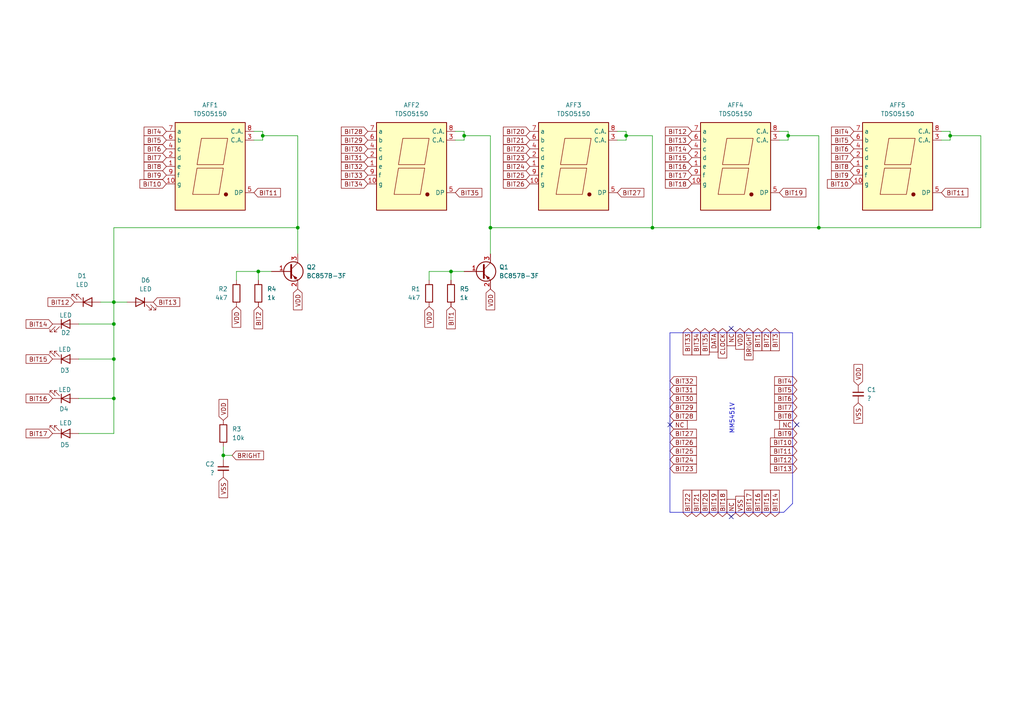
<source format=kicad_sch>
(kicad_sch
	(version 20231120)
	(generator "eeschema")
	(generator_version "8.0")
	(uuid "589a51a4-6a27-4e26-a02e-4c6860df5096")
	(paper "A4")
	(lib_symbols
		(symbol "Device:C_Small"
			(pin_numbers hide)
			(pin_names
				(offset 0.254) hide)
			(exclude_from_sim no)
			(in_bom yes)
			(on_board yes)
			(property "Reference" "C"
				(at 0.254 1.778 0)
				(effects
					(font
						(size 1.27 1.27)
					)
					(justify left)
				)
			)
			(property "Value" "C_Small"
				(at 0.254 -2.032 0)
				(effects
					(font
						(size 1.27 1.27)
					)
					(justify left)
				)
			)
			(property "Footprint" ""
				(at 0 0 0)
				(effects
					(font
						(size 1.27 1.27)
					)
					(hide yes)
				)
			)
			(property "Datasheet" "~"
				(at 0 0 0)
				(effects
					(font
						(size 1.27 1.27)
					)
					(hide yes)
				)
			)
			(property "Description" "Unpolarized capacitor, small symbol"
				(at 0 0 0)
				(effects
					(font
						(size 1.27 1.27)
					)
					(hide yes)
				)
			)
			(property "ki_keywords" "capacitor cap"
				(at 0 0 0)
				(effects
					(font
						(size 1.27 1.27)
					)
					(hide yes)
				)
			)
			(property "ki_fp_filters" "C_*"
				(at 0 0 0)
				(effects
					(font
						(size 1.27 1.27)
					)
					(hide yes)
				)
			)
			(symbol "C_Small_0_1"
				(polyline
					(pts
						(xy -1.524 -0.508) (xy 1.524 -0.508)
					)
					(stroke
						(width 0.3302)
						(type default)
					)
					(fill
						(type none)
					)
				)
				(polyline
					(pts
						(xy -1.524 0.508) (xy 1.524 0.508)
					)
					(stroke
						(width 0.3048)
						(type default)
					)
					(fill
						(type none)
					)
				)
			)
			(symbol "C_Small_1_1"
				(pin passive line
					(at 0 2.54 270)
					(length 2.032)
					(name "~"
						(effects
							(font
								(size 1.27 1.27)
							)
						)
					)
					(number "1"
						(effects
							(font
								(size 1.27 1.27)
							)
						)
					)
				)
				(pin passive line
					(at 0 -2.54 90)
					(length 2.032)
					(name "~"
						(effects
							(font
								(size 1.27 1.27)
							)
						)
					)
					(number "2"
						(effects
							(font
								(size 1.27 1.27)
							)
						)
					)
				)
			)
		)
		(symbol "Device:LED"
			(pin_numbers hide)
			(pin_names
				(offset 1.016) hide)
			(exclude_from_sim no)
			(in_bom yes)
			(on_board yes)
			(property "Reference" "D"
				(at 0 2.54 0)
				(effects
					(font
						(size 1.27 1.27)
					)
				)
			)
			(property "Value" "LED"
				(at 0 -2.54 0)
				(effects
					(font
						(size 1.27 1.27)
					)
				)
			)
			(property "Footprint" ""
				(at 0 0 0)
				(effects
					(font
						(size 1.27 1.27)
					)
					(hide yes)
				)
			)
			(property "Datasheet" "~"
				(at 0 0 0)
				(effects
					(font
						(size 1.27 1.27)
					)
					(hide yes)
				)
			)
			(property "Description" "Light emitting diode"
				(at 0 0 0)
				(effects
					(font
						(size 1.27 1.27)
					)
					(hide yes)
				)
			)
			(property "ki_keywords" "LED diode"
				(at 0 0 0)
				(effects
					(font
						(size 1.27 1.27)
					)
					(hide yes)
				)
			)
			(property "ki_fp_filters" "LED* LED_SMD:* LED_THT:*"
				(at 0 0 0)
				(effects
					(font
						(size 1.27 1.27)
					)
					(hide yes)
				)
			)
			(symbol "LED_0_1"
				(polyline
					(pts
						(xy -1.27 -1.27) (xy -1.27 1.27)
					)
					(stroke
						(width 0.254)
						(type default)
					)
					(fill
						(type none)
					)
				)
				(polyline
					(pts
						(xy -1.27 0) (xy 1.27 0)
					)
					(stroke
						(width 0)
						(type default)
					)
					(fill
						(type none)
					)
				)
				(polyline
					(pts
						(xy 1.27 -1.27) (xy 1.27 1.27) (xy -1.27 0) (xy 1.27 -1.27)
					)
					(stroke
						(width 0.254)
						(type default)
					)
					(fill
						(type none)
					)
				)
				(polyline
					(pts
						(xy -3.048 -0.762) (xy -4.572 -2.286) (xy -3.81 -2.286) (xy -4.572 -2.286) (xy -4.572 -1.524)
					)
					(stroke
						(width 0)
						(type default)
					)
					(fill
						(type none)
					)
				)
				(polyline
					(pts
						(xy -1.778 -0.762) (xy -3.302 -2.286) (xy -2.54 -2.286) (xy -3.302 -2.286) (xy -3.302 -1.524)
					)
					(stroke
						(width 0)
						(type default)
					)
					(fill
						(type none)
					)
				)
			)
			(symbol "LED_1_1"
				(pin passive line
					(at -3.81 0 0)
					(length 2.54)
					(name "K"
						(effects
							(font
								(size 1.27 1.27)
							)
						)
					)
					(number "1"
						(effects
							(font
								(size 1.27 1.27)
							)
						)
					)
				)
				(pin passive line
					(at 3.81 0 180)
					(length 2.54)
					(name "A"
						(effects
							(font
								(size 1.27 1.27)
							)
						)
					)
					(number "2"
						(effects
							(font
								(size 1.27 1.27)
							)
						)
					)
				)
			)
		)
		(symbol "Device:Q_PNP_BEC"
			(pin_names
				(offset 0) hide)
			(exclude_from_sim no)
			(in_bom yes)
			(on_board yes)
			(property "Reference" "Q"
				(at 5.08 1.27 0)
				(effects
					(font
						(size 1.27 1.27)
					)
					(justify left)
				)
			)
			(property "Value" "Q_PNP_BEC"
				(at 5.08 -1.27 0)
				(effects
					(font
						(size 1.27 1.27)
					)
					(justify left)
				)
			)
			(property "Footprint" ""
				(at 5.08 2.54 0)
				(effects
					(font
						(size 1.27 1.27)
					)
					(hide yes)
				)
			)
			(property "Datasheet" "~"
				(at 0 0 0)
				(effects
					(font
						(size 1.27 1.27)
					)
					(hide yes)
				)
			)
			(property "Description" "PNP transistor, base/emitter/collector"
				(at 0 0 0)
				(effects
					(font
						(size 1.27 1.27)
					)
					(hide yes)
				)
			)
			(property "ki_keywords" "transistor PNP"
				(at 0 0 0)
				(effects
					(font
						(size 1.27 1.27)
					)
					(hide yes)
				)
			)
			(symbol "Q_PNP_BEC_0_1"
				(polyline
					(pts
						(xy 0.635 0.635) (xy 2.54 2.54)
					)
					(stroke
						(width 0)
						(type default)
					)
					(fill
						(type none)
					)
				)
				(polyline
					(pts
						(xy 0.635 -0.635) (xy 2.54 -2.54) (xy 2.54 -2.54)
					)
					(stroke
						(width 0)
						(type default)
					)
					(fill
						(type none)
					)
				)
				(polyline
					(pts
						(xy 0.635 1.905) (xy 0.635 -1.905) (xy 0.635 -1.905)
					)
					(stroke
						(width 0.508)
						(type default)
					)
					(fill
						(type none)
					)
				)
				(polyline
					(pts
						(xy 2.286 -1.778) (xy 1.778 -2.286) (xy 1.27 -1.27) (xy 2.286 -1.778) (xy 2.286 -1.778)
					)
					(stroke
						(width 0)
						(type default)
					)
					(fill
						(type outline)
					)
				)
				(circle
					(center 1.27 0)
					(radius 2.8194)
					(stroke
						(width 0.254)
						(type default)
					)
					(fill
						(type none)
					)
				)
			)
			(symbol "Q_PNP_BEC_1_1"
				(pin input line
					(at -5.08 0 0)
					(length 5.715)
					(name "B"
						(effects
							(font
								(size 1.27 1.27)
							)
						)
					)
					(number "1"
						(effects
							(font
								(size 1.27 1.27)
							)
						)
					)
				)
				(pin passive line
					(at 2.54 -5.08 90)
					(length 2.54)
					(name "E"
						(effects
							(font
								(size 1.27 1.27)
							)
						)
					)
					(number "2"
						(effects
							(font
								(size 1.27 1.27)
							)
						)
					)
				)
				(pin passive line
					(at 2.54 5.08 270)
					(length 2.54)
					(name "C"
						(effects
							(font
								(size 1.27 1.27)
							)
						)
					)
					(number "3"
						(effects
							(font
								(size 1.27 1.27)
							)
						)
					)
				)
			)
		)
		(symbol "Device:R"
			(pin_numbers hide)
			(pin_names
				(offset 0)
			)
			(exclude_from_sim no)
			(in_bom yes)
			(on_board yes)
			(property "Reference" "R"
				(at 2.032 0 90)
				(effects
					(font
						(size 1.27 1.27)
					)
				)
			)
			(property "Value" "R"
				(at 0 0 90)
				(effects
					(font
						(size 1.27 1.27)
					)
				)
			)
			(property "Footprint" ""
				(at -1.778 0 90)
				(effects
					(font
						(size 1.27 1.27)
					)
					(hide yes)
				)
			)
			(property "Datasheet" "~"
				(at 0 0 0)
				(effects
					(font
						(size 1.27 1.27)
					)
					(hide yes)
				)
			)
			(property "Description" "Resistor"
				(at 0 0 0)
				(effects
					(font
						(size 1.27 1.27)
					)
					(hide yes)
				)
			)
			(property "ki_keywords" "R res resistor"
				(at 0 0 0)
				(effects
					(font
						(size 1.27 1.27)
					)
					(hide yes)
				)
			)
			(property "ki_fp_filters" "R_*"
				(at 0 0 0)
				(effects
					(font
						(size 1.27 1.27)
					)
					(hide yes)
				)
			)
			(symbol "R_0_1"
				(rectangle
					(start -1.016 -2.54)
					(end 1.016 2.54)
					(stroke
						(width 0.254)
						(type default)
					)
					(fill
						(type none)
					)
				)
			)
			(symbol "R_1_1"
				(pin passive line
					(at 0 3.81 270)
					(length 1.27)
					(name "~"
						(effects
							(font
								(size 1.27 1.27)
							)
						)
					)
					(number "1"
						(effects
							(font
								(size 1.27 1.27)
							)
						)
					)
				)
				(pin passive line
					(at 0 -3.81 90)
					(length 1.27)
					(name "~"
						(effects
							(font
								(size 1.27 1.27)
							)
						)
					)
					(number "2"
						(effects
							(font
								(size 1.27 1.27)
							)
						)
					)
				)
			)
		)
		(symbol "Display_Character:LTS-6960HR"
			(exclude_from_sim no)
			(in_bom yes)
			(on_board yes)
			(property "Reference" "AFF"
				(at -7.874 13.97 0)
				(effects
					(font
						(size 1.27 1.27)
					)
				)
			)
			(property "Value" "LTS-6960HR"
				(at -2.032 13.97 0)
				(effects
					(font
						(size 1.27 1.27)
					)
					(justify left)
				)
			)
			(property "Footprint" "Display_7Segment:7SegmentLED_LTS6760_LTS6780"
				(at 0 -15.24 0)
				(effects
					(font
						(size 1.27 1.27)
					)
					(hide yes)
				)
			)
			(property "Datasheet" "https://datasheet.octopart.com/LTS-6960HR-Lite-On-datasheet-11803242.pdf"
				(at 0 0 0)
				(effects
					(font
						(size 1.27 1.27)
					)
					(hide yes)
				)
			)
			(property "Description" "DISPLAY 7 SEGMENTS common A."
				(at 0 0 0)
				(effects
					(font
						(size 1.27 1.27)
					)
					(hide yes)
				)
			)
			(property "ki_keywords" "display LED 7-segment"
				(at 0 0 0)
				(effects
					(font
						(size 1.27 1.27)
					)
					(hide yes)
				)
			)
			(property "ki_fp_filters" "7SegmentLED?LTS6760?LTS6780*"
				(at 0 0 0)
				(effects
					(font
						(size 1.27 1.27)
					)
					(hide yes)
				)
			)
			(symbol "LTS-6960HR_0_1"
				(rectangle
					(start -10.16 12.7)
					(end 10.16 -12.7)
					(stroke
						(width 0.254)
						(type default)
					)
					(fill
						(type background)
					)
				)
				(polyline
					(pts
						(xy -3.81 -0.508) (xy 3.81 -0.508) (xy 2.54 -8.128) (xy -5.08 -8.128) (xy -3.81 -0.508) (xy -3.81 -0.508)
					)
					(stroke
						(width 0)
						(type default)
					)
					(fill
						(type none)
					)
				)
				(polyline
					(pts
						(xy -2.54 8.128) (xy 5.08 8.128) (xy 3.81 0.508) (xy -3.81 0.508) (xy -2.54 8.128) (xy -2.54 8.128)
					)
					(stroke
						(width 0)
						(type default)
					)
					(fill
						(type none)
					)
				)
				(circle
					(center 4.572 -8.128)
					(radius 0.508)
					(stroke
						(width 0)
						(type default)
					)
					(fill
						(type outline)
					)
				)
			)
			(symbol "LTS-6960HR_1_1"
				(pin passive line
					(at -12.7 0 0)
					(length 2.54)
					(name "e"
						(effects
							(font
								(size 1.27 1.27)
							)
						)
					)
					(number "1"
						(effects
							(font
								(size 1.27 1.27)
							)
						)
					)
				)
				(pin passive line
					(at -12.7 -5.08 0)
					(length 2.54)
					(name "g"
						(effects
							(font
								(size 1.27 1.27)
							)
						)
					)
					(number "10"
						(effects
							(font
								(size 1.27 1.27)
							)
						)
					)
				)
				(pin passive line
					(at -12.7 2.54 0)
					(length 2.54)
					(name "d"
						(effects
							(font
								(size 1.27 1.27)
							)
						)
					)
					(number "2"
						(effects
							(font
								(size 1.27 1.27)
							)
						)
					)
				)
				(pin passive line
					(at 12.7 7.62 180)
					(length 2.54)
					(name "C.A."
						(effects
							(font
								(size 1.27 1.27)
							)
						)
					)
					(number "3"
						(effects
							(font
								(size 1.27 1.27)
							)
						)
					)
				)
				(pin passive line
					(at -12.7 5.08 0)
					(length 2.54)
					(name "c"
						(effects
							(font
								(size 1.27 1.27)
							)
						)
					)
					(number "4"
						(effects
							(font
								(size 1.27 1.27)
							)
						)
					)
				)
				(pin passive line
					(at 12.7 -7.62 180)
					(length 2.54)
					(name "DP"
						(effects
							(font
								(size 1.27 1.27)
							)
						)
					)
					(number "5"
						(effects
							(font
								(size 1.27 1.27)
							)
						)
					)
				)
				(pin passive line
					(at -12.7 7.62 0)
					(length 2.54)
					(name "b"
						(effects
							(font
								(size 1.27 1.27)
							)
						)
					)
					(number "6"
						(effects
							(font
								(size 1.27 1.27)
							)
						)
					)
				)
				(pin passive line
					(at -12.7 10.16 0)
					(length 2.54)
					(name "a"
						(effects
							(font
								(size 1.27 1.27)
							)
						)
					)
					(number "7"
						(effects
							(font
								(size 1.27 1.27)
							)
						)
					)
				)
				(pin passive line
					(at 12.7 10.16 180)
					(length 2.54)
					(name "C.A."
						(effects
							(font
								(size 1.27 1.27)
							)
						)
					)
					(number "8"
						(effects
							(font
								(size 1.27 1.27)
							)
						)
					)
				)
				(pin passive line
					(at -12.7 -2.54 0)
					(length 2.54)
					(name "f"
						(effects
							(font
								(size 1.27 1.27)
							)
						)
					)
					(number "9"
						(effects
							(font
								(size 1.27 1.27)
							)
						)
					)
				)
			)
		)
	)
	(junction
		(at 33.02 93.98)
		(diameter 0)
		(color 0 0 0 0)
		(uuid "14db0bd2-228e-4363-ba05-c79f33c311ac")
	)
	(junction
		(at 74.93 78.74)
		(diameter 0)
		(color 0 0 0 0)
		(uuid "19af6769-2ff6-4617-b66e-432ada96ff91")
	)
	(junction
		(at 33.02 104.14)
		(diameter 0)
		(color 0 0 0 0)
		(uuid "1ad60d5d-ed78-45cf-bf35-df0635bebd38")
	)
	(junction
		(at 134.62 39.37)
		(diameter 0)
		(color 0 0 0 0)
		(uuid "26579f7c-0510-4ca0-9b70-a6ef8d295ea7")
	)
	(junction
		(at 181.61 39.37)
		(diameter 0)
		(color 0 0 0 0)
		(uuid "83cfeaf3-1c5d-43c4-9dc4-22bc0b7581c3")
	)
	(junction
		(at 275.59 39.37)
		(diameter 0)
		(color 0 0 0 0)
		(uuid "8406e705-d38d-496f-bc9e-bb565dde4f85")
	)
	(junction
		(at 228.6 39.37)
		(diameter 0)
		(color 0 0 0 0)
		(uuid "87d8633d-30f2-4150-85e0-558f3ed28eea")
	)
	(junction
		(at 64.77 132.08)
		(diameter 0)
		(color 0 0 0 0)
		(uuid "8c31e6aa-e126-4ac2-bd33-7c06a037351f")
	)
	(junction
		(at 189.23 66.04)
		(diameter 0)
		(color 0 0 0 0)
		(uuid "9436ca6a-bcc3-45db-bbe8-036da3b19dab")
	)
	(junction
		(at 130.81 78.74)
		(diameter 0)
		(color 0 0 0 0)
		(uuid "a473c262-9b37-4841-b06f-b1235558ac65")
	)
	(junction
		(at 237.49 66.04)
		(diameter 0)
		(color 0 0 0 0)
		(uuid "adf089db-fbc4-4c29-8a70-a08685b9ceb2")
	)
	(junction
		(at 33.02 87.63)
		(diameter 0)
		(color 0 0 0 0)
		(uuid "af500f37-1625-4a2f-bfa6-371ef450ec6a")
	)
	(junction
		(at 142.24 66.04)
		(diameter 0)
		(color 0 0 0 0)
		(uuid "c804e7be-48a1-4295-a94e-2a8804f4bf72")
	)
	(junction
		(at 76.2 39.37)
		(diameter 0)
		(color 0 0 0 0)
		(uuid "dd2066c9-d3d4-4271-a681-7e33326ed057")
	)
	(junction
		(at 86.36 66.04)
		(diameter 0)
		(color 0 0 0 0)
		(uuid "ef769dae-a9e7-4ff8-9359-c882dbc37247")
	)
	(junction
		(at 33.02 115.57)
		(diameter 0)
		(color 0 0 0 0)
		(uuid "f87fcb37-08ee-41ba-aba0-ca0986db6266")
	)
	(no_connect
		(at 194.31 123.19)
		(uuid "12cec863-418f-4039-8293-da9b016b1e13")
	)
	(no_connect
		(at 231.14 123.19)
		(uuid "4bdc3dfa-aaa8-468f-a45a-a6bef820c38f")
	)
	(no_connect
		(at 212.09 149.86)
		(uuid "779e2bd7-f97f-4694-91b6-c05f6ee13c52")
	)
	(no_connect
		(at 212.09 95.25)
		(uuid "7b5e6a58-1c81-434c-b867-096c0e363c7f")
	)
	(wire
		(pts
			(xy 228.6 38.1) (xy 228.6 39.37)
		)
		(stroke
			(width 0)
			(type default)
		)
		(uuid "05213019-422a-4863-a524-0aa9f745056a")
	)
	(wire
		(pts
			(xy 132.08 38.1) (xy 134.62 38.1)
		)
		(stroke
			(width 0)
			(type default)
		)
		(uuid "0561605b-462d-4515-834b-8b4286c8f3b2")
	)
	(wire
		(pts
			(xy 134.62 38.1) (xy 134.62 39.37)
		)
		(stroke
			(width 0)
			(type default)
		)
		(uuid "0ec8d145-f5e0-40d0-af5d-0975d40fc4bb")
	)
	(wire
		(pts
			(xy 76.2 40.64) (xy 73.66 40.64)
		)
		(stroke
			(width 0)
			(type default)
		)
		(uuid "10432af7-10ea-4fa4-a65d-e312b9030ea3")
	)
	(wire
		(pts
			(xy 134.62 39.37) (xy 142.24 39.37)
		)
		(stroke
			(width 0)
			(type default)
		)
		(uuid "134cd789-8a61-446a-80ba-28833352d9b3")
	)
	(wire
		(pts
			(xy 179.07 38.1) (xy 181.61 38.1)
		)
		(stroke
			(width 0)
			(type default)
		)
		(uuid "139196f4-f669-4c13-87cc-13117e309355")
	)
	(wire
		(pts
			(xy 181.61 39.37) (xy 181.61 40.64)
		)
		(stroke
			(width 0)
			(type default)
		)
		(uuid "15a00986-5394-4c16-a5ac-3dd910a2d17d")
	)
	(wire
		(pts
			(xy 86.36 73.66) (xy 86.36 66.04)
		)
		(stroke
			(width 0)
			(type default)
		)
		(uuid "169d2159-f2da-40d0-a7d2-a49830fa7107")
	)
	(wire
		(pts
			(xy 142.24 66.04) (xy 142.24 73.66)
		)
		(stroke
			(width 0)
			(type default)
		)
		(uuid "17981e45-5039-4e59-96f2-f5b2b0b5c75c")
	)
	(wire
		(pts
			(xy 86.36 39.37) (xy 76.2 39.37)
		)
		(stroke
			(width 0)
			(type default)
		)
		(uuid "1c0c4af3-58ed-462e-b814-6dec46560b76")
	)
	(polyline
		(pts
			(xy 227.33 148.59) (xy 194.31 148.59)
		)
		(stroke
			(width 0)
			(type default)
		)
		(uuid "29e0eebb-f0d9-4726-b1da-4408f859cb0e")
	)
	(wire
		(pts
			(xy 33.02 115.57) (xy 33.02 104.14)
		)
		(stroke
			(width 0)
			(type default)
		)
		(uuid "2a49d479-f378-454c-adab-8fd721c0f5a6")
	)
	(wire
		(pts
			(xy 237.49 66.04) (xy 237.49 39.37)
		)
		(stroke
			(width 0)
			(type default)
		)
		(uuid "2d0d8eb1-b389-45c0-ba0b-861a6f74bfec")
	)
	(wire
		(pts
			(xy 124.46 78.74) (xy 130.81 78.74)
		)
		(stroke
			(width 0)
			(type default)
		)
		(uuid "30af3da3-ea58-437f-bdc1-946d76d94510")
	)
	(wire
		(pts
			(xy 22.86 104.14) (xy 33.02 104.14)
		)
		(stroke
			(width 0)
			(type default)
		)
		(uuid "33368808-0273-40ea-a97a-eae2579a415a")
	)
	(wire
		(pts
			(xy 228.6 40.64) (xy 226.06 40.64)
		)
		(stroke
			(width 0)
			(type default)
		)
		(uuid "34057d04-819d-4d0e-8a7a-ebf810d7cd07")
	)
	(wire
		(pts
			(xy 130.81 81.28) (xy 130.81 78.74)
		)
		(stroke
			(width 0)
			(type default)
		)
		(uuid "34b7b89c-40fd-46b2-b54b-9cc16ed307b0")
	)
	(wire
		(pts
			(xy 33.02 87.63) (xy 33.02 66.04)
		)
		(stroke
			(width 0)
			(type default)
		)
		(uuid "3a74af34-0ac1-4ced-80a2-101622bab9dc")
	)
	(polyline
		(pts
			(xy 229.87 96.52) (xy 229.87 146.05)
		)
		(stroke
			(width 0)
			(type default)
		)
		(uuid "3aac65c8-f81a-43ea-8333-e8a20366fe5f")
	)
	(wire
		(pts
			(xy 130.81 78.74) (xy 134.62 78.74)
		)
		(stroke
			(width 0)
			(type default)
		)
		(uuid "4552bd7f-a8bf-4e70-86da-e0dac14ebd66")
	)
	(wire
		(pts
			(xy 64.77 129.54) (xy 64.77 132.08)
		)
		(stroke
			(width 0)
			(type default)
		)
		(uuid "464e26e1-e75f-4bad-b07d-3ce1b4b4a39f")
	)
	(wire
		(pts
			(xy 86.36 66.04) (xy 86.36 39.37)
		)
		(stroke
			(width 0)
			(type default)
		)
		(uuid "488424c1-1d3b-4251-9e9b-5b0698315ba2")
	)
	(wire
		(pts
			(xy 33.02 93.98) (xy 33.02 87.63)
		)
		(stroke
			(width 0)
			(type default)
		)
		(uuid "49359fd4-eeaa-4cb1-953d-72dc1ff97e44")
	)
	(wire
		(pts
			(xy 33.02 125.73) (xy 33.02 115.57)
		)
		(stroke
			(width 0)
			(type default)
		)
		(uuid "4a2fdce9-059b-4ab4-bc6d-b7310d85d479")
	)
	(wire
		(pts
			(xy 76.2 38.1) (xy 76.2 39.37)
		)
		(stroke
			(width 0)
			(type default)
		)
		(uuid "56587a55-0b84-49f0-ab0a-9b6a0f3403b5")
	)
	(wire
		(pts
			(xy 76.2 39.37) (xy 76.2 40.64)
		)
		(stroke
			(width 0)
			(type default)
		)
		(uuid "576b98d8-cf97-41ee-92f9-81ea0549fba8")
	)
	(wire
		(pts
			(xy 22.86 115.57) (xy 33.02 115.57)
		)
		(stroke
			(width 0)
			(type default)
		)
		(uuid "59092c93-5854-481e-8ea1-4bc3fdc4a5bf")
	)
	(wire
		(pts
			(xy 142.24 39.37) (xy 142.24 66.04)
		)
		(stroke
			(width 0)
			(type default)
		)
		(uuid "59886c2b-869c-470d-ac71-8fc0ac79ee79")
	)
	(wire
		(pts
			(xy 226.06 38.1) (xy 228.6 38.1)
		)
		(stroke
			(width 0)
			(type default)
		)
		(uuid "5a4f4bab-a190-48e4-aaa6-b91596829f2b")
	)
	(wire
		(pts
			(xy 181.61 38.1) (xy 181.61 39.37)
		)
		(stroke
			(width 0)
			(type default)
		)
		(uuid "5a50885d-c231-4a83-beb2-6d7f03dffa27")
	)
	(polyline
		(pts
			(xy 194.31 96.52) (xy 229.87 96.52)
		)
		(stroke
			(width 0)
			(type default)
		)
		(uuid "60d0a6a2-68b9-4584-9624-928e3b970786")
	)
	(wire
		(pts
			(xy 29.21 87.63) (xy 33.02 87.63)
		)
		(stroke
			(width 0)
			(type default)
		)
		(uuid "60e6aa4a-f0a0-4432-95cf-cbaf30290593")
	)
	(wire
		(pts
			(xy 22.86 125.73) (xy 33.02 125.73)
		)
		(stroke
			(width 0)
			(type default)
		)
		(uuid "645c4b69-6a8a-4e98-bb6b-322bbbe65c24")
	)
	(wire
		(pts
			(xy 273.05 38.1) (xy 275.59 38.1)
		)
		(stroke
			(width 0)
			(type default)
		)
		(uuid "6587ad49-0989-40be-a4a5-7e177c126416")
	)
	(wire
		(pts
			(xy 134.62 39.37) (xy 134.62 40.64)
		)
		(stroke
			(width 0)
			(type default)
		)
		(uuid "6623a1b4-06f1-494b-9ef4-52db88ebf96a")
	)
	(wire
		(pts
			(xy 237.49 66.04) (xy 284.48 66.04)
		)
		(stroke
			(width 0)
			(type default)
		)
		(uuid "6b9f02f1-69c3-422f-941f-13ad308eb847")
	)
	(wire
		(pts
			(xy 124.46 81.28) (xy 124.46 78.74)
		)
		(stroke
			(width 0)
			(type default)
		)
		(uuid "6cb2d066-5b0d-403f-b939-3d15483697a9")
	)
	(wire
		(pts
			(xy 33.02 66.04) (xy 86.36 66.04)
		)
		(stroke
			(width 0)
			(type default)
		)
		(uuid "6d48da26-306f-4562-900d-7f8dafc4da5f")
	)
	(wire
		(pts
			(xy 68.58 81.28) (xy 68.58 78.74)
		)
		(stroke
			(width 0)
			(type default)
		)
		(uuid "779de382-dc69-472c-8ca8-dfcb6fa63ad4")
	)
	(wire
		(pts
			(xy 275.59 39.37) (xy 275.59 40.64)
		)
		(stroke
			(width 0)
			(type default)
		)
		(uuid "80bf9b65-a033-4127-9bfa-8f1bbb03097b")
	)
	(wire
		(pts
			(xy 134.62 40.64) (xy 132.08 40.64)
		)
		(stroke
			(width 0)
			(type default)
		)
		(uuid "81d1c633-30bf-4e8c-85ea-77fc7066187e")
	)
	(wire
		(pts
			(xy 64.77 132.08) (xy 64.77 133.35)
		)
		(stroke
			(width 0)
			(type default)
		)
		(uuid "862f8f4d-460a-4073-a419-290d477179b3")
	)
	(wire
		(pts
			(xy 181.61 40.64) (xy 179.07 40.64)
		)
		(stroke
			(width 0)
			(type default)
		)
		(uuid "869e8ae5-4eaf-41cc-928e-b6836babc11d")
	)
	(wire
		(pts
			(xy 74.93 78.74) (xy 78.74 78.74)
		)
		(stroke
			(width 0)
			(type default)
		)
		(uuid "899d0120-7645-423d-8ab0-dabd6a7d58b6")
	)
	(wire
		(pts
			(xy 275.59 38.1) (xy 275.59 39.37)
		)
		(stroke
			(width 0)
			(type default)
		)
		(uuid "8ac6fb66-9bed-4666-abef-b149ab9b7aa9")
	)
	(wire
		(pts
			(xy 284.48 39.37) (xy 275.59 39.37)
		)
		(stroke
			(width 0)
			(type default)
		)
		(uuid "8bfc44ab-2184-4ebd-9b36-b3b662d45e3d")
	)
	(wire
		(pts
			(xy 74.93 81.28) (xy 74.93 78.74)
		)
		(stroke
			(width 0)
			(type default)
		)
		(uuid "8d84194e-84d7-4959-86dc-7c85c80d7d14")
	)
	(wire
		(pts
			(xy 68.58 78.74) (xy 74.93 78.74)
		)
		(stroke
			(width 0)
			(type default)
		)
		(uuid "91d1eef7-ed53-44b7-b2d0-4ef963b880b3")
	)
	(wire
		(pts
			(xy 284.48 66.04) (xy 284.48 39.37)
		)
		(stroke
			(width 0)
			(type default)
		)
		(uuid "99dbbca5-d0b4-4435-b7e2-dbac3eb7a866")
	)
	(wire
		(pts
			(xy 189.23 39.37) (xy 189.23 66.04)
		)
		(stroke
			(width 0)
			(type default)
		)
		(uuid "a587925c-6b14-472a-9f05-a6927533ac91")
	)
	(wire
		(pts
			(xy 189.23 66.04) (xy 237.49 66.04)
		)
		(stroke
			(width 0)
			(type default)
		)
		(uuid "ac64b21c-185a-4cef-a4a7-d40ff12deada")
	)
	(wire
		(pts
			(xy 181.61 39.37) (xy 189.23 39.37)
		)
		(stroke
			(width 0)
			(type default)
		)
		(uuid "c5488a75-494e-47f2-be5c-d6c08bbcc382")
	)
	(wire
		(pts
			(xy 73.66 38.1) (xy 76.2 38.1)
		)
		(stroke
			(width 0)
			(type default)
		)
		(uuid "c97446ba-28dd-4aab-b950-90754484ed99")
	)
	(wire
		(pts
			(xy 275.59 40.64) (xy 273.05 40.64)
		)
		(stroke
			(width 0)
			(type default)
		)
		(uuid "cbd233d9-a355-424a-bf29-f80d3c2a3ec6")
	)
	(wire
		(pts
			(xy 33.02 87.63) (xy 36.83 87.63)
		)
		(stroke
			(width 0)
			(type default)
		)
		(uuid "cc53a793-f669-4c3f-a7f3-a54c0c814a5f")
	)
	(polyline
		(pts
			(xy 194.31 96.52) (xy 194.31 148.59)
		)
		(stroke
			(width 0)
			(type default)
		)
		(uuid "ccf52d17-40e2-46c6-9e94-cf43a8fa84fd")
	)
	(wire
		(pts
			(xy 22.86 93.98) (xy 33.02 93.98)
		)
		(stroke
			(width 0)
			(type default)
		)
		(uuid "d0a211d8-430b-465e-a7c6-e0db61f40b0c")
	)
	(wire
		(pts
			(xy 237.49 39.37) (xy 228.6 39.37)
		)
		(stroke
			(width 0)
			(type default)
		)
		(uuid "d310d553-5dc6-4dd3-b159-b75c12157dac")
	)
	(wire
		(pts
			(xy 33.02 93.98) (xy 33.02 104.14)
		)
		(stroke
			(width 0)
			(type default)
		)
		(uuid "d9e9f39f-619b-4d4c-b1d9-61a3a79a4061")
	)
	(wire
		(pts
			(xy 189.23 66.04) (xy 142.24 66.04)
		)
		(stroke
			(width 0)
			(type default)
		)
		(uuid "db885135-e1be-449f-99ab-22998f932992")
	)
	(polyline
		(pts
			(xy 229.87 146.05) (xy 227.33 148.59)
		)
		(stroke
			(width 0)
			(type default)
		)
		(uuid "dd7c3117-af91-4428-b876-9784968e6203")
	)
	(wire
		(pts
			(xy 67.31 132.08) (xy 64.77 132.08)
		)
		(stroke
			(width 0)
			(type default)
		)
		(uuid "e2669ac1-ba25-4299-bae9-9e10214fccde")
	)
	(wire
		(pts
			(xy 228.6 39.37) (xy 228.6 40.64)
		)
		(stroke
			(width 0)
			(type default)
		)
		(uuid "f08e8bf3-4114-4d2b-beb4-b919ae60a37e")
	)
	(text "MM5451V"
		(exclude_from_sim no)
		(at 212.344 121.412 90)
		(effects
			(font
				(size 1.27 1.27)
			)
		)
		(uuid "a63f25d0-dcb0-4844-bca9-6d92be2e4ee3")
	)
	(global_label "BIT33"
		(shape input)
		(at 106.68 50.8 180)
		(fields_autoplaced yes)
		(effects
			(font
				(size 1.27 1.27)
			)
			(justify right)
		)
		(uuid "001eb475-632b-4368-a1cc-a65f7657bd76")
		(property "Intersheetrefs" "${INTERSHEET_REFS}"
			(at 98.4334 50.8 0)
			(effects
				(font
					(size 1.27 1.27)
				)
				(justify right)
				(hide yes)
			)
		)
	)
	(global_label "BIT12"
		(shape input)
		(at 21.59 87.63 180)
		(fields_autoplaced yes)
		(effects
			(font
				(size 1.27 1.27)
			)
			(justify right)
		)
		(uuid "010a1ddb-f92c-428c-ba9c-edf1c22c3de9")
		(property "Intersheetrefs" "${INTERSHEET_REFS}"
			(at 13.3434 87.63 0)
			(effects
				(font
					(size 1.27 1.27)
				)
				(justify right)
				(hide yes)
			)
		)
	)
	(global_label "BIT33"
		(shape input)
		(at 199.39 95.25 270)
		(fields_autoplaced yes)
		(effects
			(font
				(size 1.27 1.27)
			)
			(justify right)
		)
		(uuid "07ab68f0-4e04-4c83-b285-7504053e817c")
		(property "Intersheetrefs" "${INTERSHEET_REFS}"
			(at 199.39 103.4966 90)
			(effects
				(font
					(size 1.27 1.27)
				)
				(justify right)
				(hide yes)
			)
		)
	)
	(global_label "BIT28"
		(shape input)
		(at 194.31 120.65 0)
		(fields_autoplaced yes)
		(effects
			(font
				(size 1.27 1.27)
			)
			(justify left)
		)
		(uuid "07dd8e1e-af5c-4fcb-8710-a439ae13d4de")
		(property "Intersheetrefs" "${INTERSHEET_REFS}"
			(at 202.5566 120.65 0)
			(effects
				(font
					(size 1.27 1.27)
				)
				(justify left)
				(hide yes)
			)
		)
	)
	(global_label "BIT17"
		(shape input)
		(at 200.66 50.8 180)
		(fields_autoplaced yes)
		(effects
			(font
				(size 1.27 1.27)
			)
			(justify right)
		)
		(uuid "096d934d-480b-48f4-853e-24f7163ff0fa")
		(property "Intersheetrefs" "${INTERSHEET_REFS}"
			(at 192.4134 50.8 0)
			(effects
				(font
					(size 1.27 1.27)
				)
				(justify right)
				(hide yes)
			)
		)
	)
	(global_label "BIT23"
		(shape input)
		(at 194.31 135.89 0)
		(fields_autoplaced yes)
		(effects
			(font
				(size 1.27 1.27)
			)
			(justify left)
		)
		(uuid "0a2563d7-3734-4e2d-bd85-4083e66dc968")
		(property "Intersheetrefs" "${INTERSHEET_REFS}"
			(at 202.5566 135.89 0)
			(effects
				(font
					(size 1.27 1.27)
				)
				(justify left)
				(hide yes)
			)
		)
	)
	(global_label "BIT24"
		(shape input)
		(at 153.67 48.26 180)
		(fields_autoplaced yes)
		(effects
			(font
				(size 1.27 1.27)
			)
			(justify right)
		)
		(uuid "0e374005-39c3-4fc0-9549-c97f058104c4")
		(property "Intersheetrefs" "${INTERSHEET_REFS}"
			(at 145.4234 48.26 0)
			(effects
				(font
					(size 1.27 1.27)
				)
				(justify right)
				(hide yes)
			)
		)
	)
	(global_label "VDD"
		(shape input)
		(at 86.36 83.82 270)
		(fields_autoplaced yes)
		(effects
			(font
				(size 1.27 1.27)
			)
			(justify right)
		)
		(uuid "10377f32-5220-4f49-8cd5-ae1e0da6e4d1")
		(property "Intersheetrefs" "${INTERSHEET_REFS}"
			(at 86.36 90.4338 90)
			(effects
				(font
					(size 1.27 1.27)
				)
				(justify right)
				(hide yes)
			)
		)
	)
	(global_label "BIT25"
		(shape input)
		(at 194.31 130.81 0)
		(fields_autoplaced yes)
		(effects
			(font
				(size 1.27 1.27)
			)
			(justify left)
		)
		(uuid "109c8608-9627-4a74-8c47-87e247736d02")
		(property "Intersheetrefs" "${INTERSHEET_REFS}"
			(at 202.5566 130.81 0)
			(effects
				(font
					(size 1.27 1.27)
				)
				(justify left)
				(hide yes)
			)
		)
	)
	(global_label "BIT8"
		(shape input)
		(at 48.26 48.26 180)
		(fields_autoplaced yes)
		(effects
			(font
				(size 1.27 1.27)
			)
			(justify right)
		)
		(uuid "119c3af4-fc4f-4713-89ae-d600de91a22c")
		(property "Intersheetrefs" "${INTERSHEET_REFS}"
			(at 41.2229 48.26 0)
			(effects
				(font
					(size 1.27 1.27)
				)
				(justify right)
				(hide yes)
			)
		)
	)
	(global_label "BIT9"
		(shape input)
		(at 231.14 125.73 180)
		(fields_autoplaced yes)
		(effects
			(font
				(size 1.27 1.27)
			)
			(justify right)
		)
		(uuid "14dd5032-19e8-49d9-8d12-5df7256992c8")
		(property "Intersheetrefs" "${INTERSHEET_REFS}"
			(at 224.1029 125.73 0)
			(effects
				(font
					(size 1.27 1.27)
				)
				(justify right)
				(hide yes)
			)
		)
	)
	(global_label "BIT16"
		(shape input)
		(at 15.24 115.57 180)
		(fields_autoplaced yes)
		(effects
			(font
				(size 1.27 1.27)
			)
			(justify right)
		)
		(uuid "15889d0e-1f37-4478-b321-5c73f18fb638")
		(property "Intersheetrefs" "${INTERSHEET_REFS}"
			(at 6.9934 115.57 0)
			(effects
				(font
					(size 1.27 1.27)
				)
				(justify right)
				(hide yes)
			)
		)
	)
	(global_label "BIT34"
		(shape input)
		(at 201.93 95.25 270)
		(fields_autoplaced yes)
		(effects
			(font
				(size 1.27 1.27)
			)
			(justify right)
		)
		(uuid "1b1c70a4-7938-4c17-845f-02c7e867d150")
		(property "Intersheetrefs" "${INTERSHEET_REFS}"
			(at 201.93 103.4966 90)
			(effects
				(font
					(size 1.27 1.27)
				)
				(justify right)
				(hide yes)
			)
		)
	)
	(global_label "BIT2"
		(shape input)
		(at 222.25 95.25 270)
		(fields_autoplaced yes)
		(effects
			(font
				(size 1.27 1.27)
			)
			(justify right)
		)
		(uuid "1bd1ef42-c38f-4a49-a68c-7a950e1821af")
		(property "Intersheetrefs" "${INTERSHEET_REFS}"
			(at 222.25 102.2871 90)
			(effects
				(font
					(size 1.27 1.27)
				)
				(justify right)
				(hide yes)
			)
		)
	)
	(global_label "BIT8"
		(shape input)
		(at 247.65 48.26 180)
		(fields_autoplaced yes)
		(effects
			(font
				(size 1.27 1.27)
			)
			(justify right)
		)
		(uuid "1cc03f16-772b-445b-9556-8883caca2d54")
		(property "Intersheetrefs" "${INTERSHEET_REFS}"
			(at 240.6129 48.26 0)
			(effects
				(font
					(size 1.27 1.27)
				)
				(justify right)
				(hide yes)
			)
		)
	)
	(global_label "BIT12"
		(shape input)
		(at 231.14 133.35 180)
		(fields_autoplaced yes)
		(effects
			(font
				(size 1.27 1.27)
			)
			(justify right)
		)
		(uuid "1fdb23a5-86ee-4f80-b419-073b5aa19379")
		(property "Intersheetrefs" "${INTERSHEET_REFS}"
			(at 222.8934 133.35 0)
			(effects
				(font
					(size 1.27 1.27)
				)
				(justify right)
				(hide yes)
			)
		)
	)
	(global_label "BIT21"
		(shape input)
		(at 153.67 40.64 180)
		(fields_autoplaced yes)
		(effects
			(font
				(size 1.27 1.27)
			)
			(justify right)
		)
		(uuid "20cf894e-54dd-426d-8689-5a6f180fef25")
		(property "Intersheetrefs" "${INTERSHEET_REFS}"
			(at 145.4234 40.64 0)
			(effects
				(font
					(size 1.27 1.27)
				)
				(justify right)
				(hide yes)
			)
		)
	)
	(global_label "BIT1"
		(shape input)
		(at 130.81 88.9 270)
		(fields_autoplaced yes)
		(effects
			(font
				(size 1.27 1.27)
			)
			(justify right)
		)
		(uuid "24754eb1-97ee-42e7-ac19-75bd3c43834e")
		(property "Intersheetrefs" "${INTERSHEET_REFS}"
			(at 130.81 95.9371 90)
			(effects
				(font
					(size 1.27 1.27)
				)
				(justify right)
				(hide yes)
			)
		)
	)
	(global_label "VSS"
		(shape input)
		(at 248.92 116.84 270)
		(fields_autoplaced yes)
		(effects
			(font
				(size 1.27 1.27)
			)
			(justify right)
		)
		(uuid "2565684b-3c18-4c10-9cae-71bd1baa2d16")
		(property "Intersheetrefs" "${INTERSHEET_REFS}"
			(at 248.92 123.3328 90)
			(effects
				(font
					(size 1.27 1.27)
				)
				(justify right)
				(hide yes)
			)
		)
	)
	(global_label "BIT35"
		(shape input)
		(at 132.08 55.88 0)
		(fields_autoplaced yes)
		(effects
			(font
				(size 1.27 1.27)
			)
			(justify left)
		)
		(uuid "28d194b4-146b-4077-9e03-83e318c93283")
		(property "Intersheetrefs" "${INTERSHEET_REFS}"
			(at 140.3266 55.88 0)
			(effects
				(font
					(size 1.27 1.27)
				)
				(justify left)
				(hide yes)
			)
		)
	)
	(global_label "VDD"
		(shape input)
		(at 214.63 95.25 270)
		(fields_autoplaced yes)
		(effects
			(font
				(size 1.27 1.27)
			)
			(justify right)
		)
		(uuid "2b874957-4575-4a2e-8ab8-eea98f011696")
		(property "Intersheetrefs" "${INTERSHEET_REFS}"
			(at 214.63 101.8638 90)
			(effects
				(font
					(size 1.27 1.27)
				)
				(justify right)
				(hide yes)
			)
		)
	)
	(global_label "BIT15"
		(shape input)
		(at 222.25 149.86 90)
		(fields_autoplaced yes)
		(effects
			(font
				(size 1.27 1.27)
			)
			(justify left)
		)
		(uuid "2fce960f-b60c-4294-949c-be6168384ae4")
		(property "Intersheetrefs" "${INTERSHEET_REFS}"
			(at 222.25 141.6134 90)
			(effects
				(font
					(size 1.27 1.27)
				)
				(justify left)
				(hide yes)
			)
		)
	)
	(global_label "BIT13"
		(shape input)
		(at 200.66 40.64 180)
		(fields_autoplaced yes)
		(effects
			(font
				(size 1.27 1.27)
			)
			(justify right)
		)
		(uuid "34c02574-3c88-4393-b01e-6499756816aa")
		(property "Intersheetrefs" "${INTERSHEET_REFS}"
			(at 192.4134 40.64 0)
			(effects
				(font
					(size 1.27 1.27)
				)
				(justify right)
				(hide yes)
			)
		)
	)
	(global_label "BIT24"
		(shape input)
		(at 194.31 133.35 0)
		(fields_autoplaced yes)
		(effects
			(font
				(size 1.27 1.27)
			)
			(justify left)
		)
		(uuid "35ab97ba-69bf-4da5-b5ba-ff0812cb05e0")
		(property "Intersheetrefs" "${INTERSHEET_REFS}"
			(at 202.5566 133.35 0)
			(effects
				(font
					(size 1.27 1.27)
				)
				(justify left)
				(hide yes)
			)
		)
	)
	(global_label "BIT15"
		(shape input)
		(at 200.66 45.72 180)
		(fields_autoplaced yes)
		(effects
			(font
				(size 1.27 1.27)
			)
			(justify right)
		)
		(uuid "398d5b7d-99bd-46c2-b615-b825ea475ffe")
		(property "Intersheetrefs" "${INTERSHEET_REFS}"
			(at 192.4134 45.72 0)
			(effects
				(font
					(size 1.27 1.27)
				)
				(justify right)
				(hide yes)
			)
		)
	)
	(global_label "BIT19"
		(shape input)
		(at 207.01 149.86 90)
		(fields_autoplaced yes)
		(effects
			(font
				(size 1.27 1.27)
			)
			(justify left)
		)
		(uuid "39d26223-eaab-4564-97d6-47c64cdd2208")
		(property "Intersheetrefs" "${INTERSHEET_REFS}"
			(at 207.01 141.6134 90)
			(effects
				(font
					(size 1.27 1.27)
				)
				(justify left)
				(hide yes)
			)
		)
	)
	(global_label "BRIGHT"
		(shape input)
		(at 67.31 132.08 0)
		(fields_autoplaced yes)
		(effects
			(font
				(size 1.27 1.27)
			)
			(justify left)
		)
		(uuid "39d359c7-0d83-44fb-9ef7-b54aca3a9315")
		(property "Intersheetrefs" "${INTERSHEET_REFS}"
			(at 77.0081 132.08 0)
			(effects
				(font
					(size 1.27 1.27)
				)
				(justify left)
				(hide yes)
			)
		)
	)
	(global_label "BIT5"
		(shape input)
		(at 48.26 40.64 180)
		(fields_autoplaced yes)
		(effects
			(font
				(size 1.27 1.27)
			)
			(justify right)
		)
		(uuid "3aec97fa-c3a3-420b-b06d-28f67b2736c1")
		(property "Intersheetrefs" "${INTERSHEET_REFS}"
			(at 41.2229 40.64 0)
			(effects
				(font
					(size 1.27 1.27)
				)
				(justify right)
				(hide yes)
			)
		)
	)
	(global_label "CLOCK"
		(shape input)
		(at 209.55 95.25 270)
		(fields_autoplaced yes)
		(effects
			(font
				(size 1.27 1.27)
			)
			(justify right)
		)
		(uuid "3dd8ab29-aeed-4335-9924-8a83290807c8")
		(property "Intersheetrefs" "${INTERSHEET_REFS}"
			(at 209.55 104.4038 90)
			(effects
				(font
					(size 1.27 1.27)
				)
				(justify right)
				(hide yes)
			)
		)
	)
	(global_label "BIT27"
		(shape input)
		(at 194.31 125.73 0)
		(fields_autoplaced yes)
		(effects
			(font
				(size 1.27 1.27)
			)
			(justify left)
		)
		(uuid "3ecc7721-b080-4ac2-a62f-81fe33c50f6a")
		(property "Intersheetrefs" "${INTERSHEET_REFS}"
			(at 202.5566 125.73 0)
			(effects
				(font
					(size 1.27 1.27)
				)
				(justify left)
				(hide yes)
			)
		)
	)
	(global_label "BIT18"
		(shape input)
		(at 200.66 53.34 180)
		(fields_autoplaced yes)
		(effects
			(font
				(size 1.27 1.27)
			)
			(justify right)
		)
		(uuid "3faebe4f-0b4e-4cee-ad4b-9c3869be4a78")
		(property "Intersheetrefs" "${INTERSHEET_REFS}"
			(at 192.4134 53.34 0)
			(effects
				(font
					(size 1.27 1.27)
				)
				(justify right)
				(hide yes)
			)
		)
	)
	(global_label "BIT25"
		(shape input)
		(at 153.67 50.8 180)
		(fields_autoplaced yes)
		(effects
			(font
				(size 1.27 1.27)
			)
			(justify right)
		)
		(uuid "447ec868-0e6d-4794-9498-1aee3caa80ec")
		(property "Intersheetrefs" "${INTERSHEET_REFS}"
			(at 145.4234 50.8 0)
			(effects
				(font
					(size 1.27 1.27)
				)
				(justify right)
				(hide yes)
			)
		)
	)
	(global_label "BIT17"
		(shape input)
		(at 217.17 149.86 90)
		(fields_autoplaced yes)
		(effects
			(font
				(size 1.27 1.27)
			)
			(justify left)
		)
		(uuid "4a3ea48c-17d0-42ae-a065-6e82410111bb")
		(property "Intersheetrefs" "${INTERSHEET_REFS}"
			(at 217.17 141.6134 90)
			(effects
				(font
					(size 1.27 1.27)
				)
				(justify left)
				(hide yes)
			)
		)
	)
	(global_label "BIT2"
		(shape input)
		(at 74.93 88.9 270)
		(fields_autoplaced yes)
		(effects
			(font
				(size 1.27 1.27)
			)
			(justify right)
		)
		(uuid "4e2a46ee-b9e8-4676-a88d-0546f50c421e")
		(property "Intersheetrefs" "${INTERSHEET_REFS}"
			(at 74.93 95.9371 90)
			(effects
				(font
					(size 1.27 1.27)
				)
				(justify right)
				(hide yes)
			)
		)
	)
	(global_label "BIT22"
		(shape input)
		(at 199.39 149.86 90)
		(fields_autoplaced yes)
		(effects
			(font
				(size 1.27 1.27)
			)
			(justify left)
		)
		(uuid "4f609fab-5cc5-4bab-8e51-fa497ba697ce")
		(property "Intersheetrefs" "${INTERSHEET_REFS}"
			(at 199.39 141.6134 90)
			(effects
				(font
					(size 1.27 1.27)
				)
				(justify left)
				(hide yes)
			)
		)
	)
	(global_label "BIT30"
		(shape input)
		(at 106.68 43.18 180)
		(fields_autoplaced yes)
		(effects
			(font
				(size 1.27 1.27)
			)
			(justify right)
		)
		(uuid "524335c9-f667-4e99-a968-c513d16159a6")
		(property "Intersheetrefs" "${INTERSHEET_REFS}"
			(at 98.4334 43.18 0)
			(effects
				(font
					(size 1.27 1.27)
				)
				(justify right)
				(hide yes)
			)
		)
	)
	(global_label "BIT28"
		(shape input)
		(at 106.68 38.1 180)
		(fields_autoplaced yes)
		(effects
			(font
				(size 1.27 1.27)
			)
			(justify right)
		)
		(uuid "525b6a33-6f26-4ece-8c88-73c4ce019b00")
		(property "Intersheetrefs" "${INTERSHEET_REFS}"
			(at 98.4334 38.1 0)
			(effects
				(font
					(size 1.27 1.27)
				)
				(justify right)
				(hide yes)
			)
		)
	)
	(global_label "BIT32"
		(shape input)
		(at 106.68 48.26 180)
		(fields_autoplaced yes)
		(effects
			(font
				(size 1.27 1.27)
			)
			(justify right)
		)
		(uuid "526aeb8b-08f9-45b7-9840-d1bce00257b8")
		(property "Intersheetrefs" "${INTERSHEET_REFS}"
			(at 98.4334 48.26 0)
			(effects
				(font
					(size 1.27 1.27)
				)
				(justify right)
				(hide yes)
			)
		)
	)
	(global_label "BIT6"
		(shape input)
		(at 247.65 43.18 180)
		(fields_autoplaced yes)
		(effects
			(font
				(size 1.27 1.27)
			)
			(justify right)
		)
		(uuid "53c823ce-3dfe-4484-be77-a2d0c5442634")
		(property "Intersheetrefs" "${INTERSHEET_REFS}"
			(at 240.6129 43.18 0)
			(effects
				(font
					(size 1.27 1.27)
				)
				(justify right)
				(hide yes)
			)
		)
	)
	(global_label "BIT29"
		(shape input)
		(at 106.68 40.64 180)
		(fields_autoplaced yes)
		(effects
			(font
				(size 1.27 1.27)
			)
			(justify right)
		)
		(uuid "563ef964-4833-43b3-a86f-0dc056f3edf8")
		(property "Intersheetrefs" "${INTERSHEET_REFS}"
			(at 98.4334 40.64 0)
			(effects
				(font
					(size 1.27 1.27)
				)
				(justify right)
				(hide yes)
			)
		)
	)
	(global_label "NC"
		(shape input)
		(at 212.09 149.86 90)
		(fields_autoplaced yes)
		(effects
			(font
				(size 1.27 1.27)
			)
			(justify left)
		)
		(uuid "5a57d4ed-0636-4ed4-919b-6d5217ecbc7c")
		(property "Intersheetrefs" "${INTERSHEET_REFS}"
			(at 212.09 144.2743 90)
			(effects
				(font
					(size 1.27 1.27)
				)
				(justify left)
				(hide yes)
			)
		)
	)
	(global_label "BIT17"
		(shape input)
		(at 15.24 125.73 180)
		(fields_autoplaced yes)
		(effects
			(font
				(size 1.27 1.27)
			)
			(justify right)
		)
		(uuid "5b6fd462-544c-4e69-87cf-0c68073301ac")
		(property "Intersheetrefs" "${INTERSHEET_REFS}"
			(at 6.9934 125.73 0)
			(effects
				(font
					(size 1.27 1.27)
				)
				(justify right)
				(hide yes)
			)
		)
	)
	(global_label "BIT26"
		(shape input)
		(at 153.67 53.34 180)
		(fields_autoplaced yes)
		(effects
			(font
				(size 1.27 1.27)
			)
			(justify right)
		)
		(uuid "5d38891a-a385-4518-8d41-b1674db34a96")
		(property "Intersheetrefs" "${INTERSHEET_REFS}"
			(at 145.4234 53.34 0)
			(effects
				(font
					(size 1.27 1.27)
				)
				(justify right)
				(hide yes)
			)
		)
	)
	(global_label "VDD"
		(shape input)
		(at 68.58 88.9 270)
		(fields_autoplaced yes)
		(effects
			(font
				(size 1.27 1.27)
			)
			(justify right)
		)
		(uuid "5dc23873-4d21-4eae-b452-d2a1a692434f")
		(property "Intersheetrefs" "${INTERSHEET_REFS}"
			(at 68.58 95.5138 90)
			(effects
				(font
					(size 1.27 1.27)
				)
				(justify right)
				(hide yes)
			)
		)
	)
	(global_label "BRIGHT"
		(shape input)
		(at 217.17 95.25 270)
		(fields_autoplaced yes)
		(effects
			(font
				(size 1.27 1.27)
			)
			(justify right)
		)
		(uuid "606206b5-45b9-4960-9093-6ec1ce4bdaba")
		(property "Intersheetrefs" "${INTERSHEET_REFS}"
			(at 217.17 104.9481 90)
			(effects
				(font
					(size 1.27 1.27)
				)
				(justify right)
				(hide yes)
			)
		)
	)
	(global_label "VSS"
		(shape input)
		(at 214.63 149.86 90)
		(fields_autoplaced yes)
		(effects
			(font
				(size 1.27 1.27)
			)
			(justify left)
		)
		(uuid "61abb254-aa39-4e23-bd60-b87e4dccac59")
		(property "Intersheetrefs" "${INTERSHEET_REFS}"
			(at 214.63 143.3672 90)
			(effects
				(font
					(size 1.27 1.27)
				)
				(justify left)
				(hide yes)
			)
		)
	)
	(global_label "BIT10"
		(shape input)
		(at 231.14 128.27 180)
		(fields_autoplaced yes)
		(effects
			(font
				(size 1.27 1.27)
			)
			(justify right)
		)
		(uuid "62417dc2-4bab-4fce-904d-5ef7769606b6")
		(property "Intersheetrefs" "${INTERSHEET_REFS}"
			(at 222.8934 128.27 0)
			(effects
				(font
					(size 1.27 1.27)
				)
				(justify right)
				(hide yes)
			)
		)
	)
	(global_label "BIT5"
		(shape input)
		(at 231.14 113.03 180)
		(fields_autoplaced yes)
		(effects
			(font
				(size 1.27 1.27)
			)
			(justify right)
		)
		(uuid "64db33ec-0ff0-4fcd-917b-5bfad7a4c268")
		(property "Intersheetrefs" "${INTERSHEET_REFS}"
			(at 224.1029 113.03 0)
			(effects
				(font
					(size 1.27 1.27)
				)
				(justify right)
				(hide yes)
			)
		)
	)
	(global_label "BIT13"
		(shape input)
		(at 231.14 135.89 180)
		(fields_autoplaced yes)
		(effects
			(font
				(size 1.27 1.27)
			)
			(justify right)
		)
		(uuid "650f8b06-3f4e-467c-b4b8-a7af00b28129")
		(property "Intersheetrefs" "${INTERSHEET_REFS}"
			(at 222.8934 135.89 0)
			(effects
				(font
					(size 1.27 1.27)
				)
				(justify right)
				(hide yes)
			)
		)
	)
	(global_label "BIT11"
		(shape input)
		(at 73.66 55.88 0)
		(fields_autoplaced yes)
		(effects
			(font
				(size 1.27 1.27)
			)
			(justify left)
		)
		(uuid "662bca61-4e17-477a-86ee-037384c5b310")
		(property "Intersheetrefs" "${INTERSHEET_REFS}"
			(at 81.9066 55.88 0)
			(effects
				(font
					(size 1.27 1.27)
				)
				(justify left)
				(hide yes)
			)
		)
	)
	(global_label "BIT23"
		(shape input)
		(at 153.67 45.72 180)
		(fields_autoplaced yes)
		(effects
			(font
				(size 1.27 1.27)
			)
			(justify right)
		)
		(uuid "6aa0bbca-8195-46fa-b92b-4891b6e6485c")
		(property "Intersheetrefs" "${INTERSHEET_REFS}"
			(at 145.4234 45.72 0)
			(effects
				(font
					(size 1.27 1.27)
				)
				(justify right)
				(hide yes)
			)
		)
	)
	(global_label "BIT34"
		(shape input)
		(at 106.68 53.34 180)
		(fields_autoplaced yes)
		(effects
			(font
				(size 1.27 1.27)
			)
			(justify right)
		)
		(uuid "6b27839f-59c9-4977-90d6-24a48366051b")
		(property "Intersheetrefs" "${INTERSHEET_REFS}"
			(at 98.4334 53.34 0)
			(effects
				(font
					(size 1.27 1.27)
				)
				(justify right)
				(hide yes)
			)
		)
	)
	(global_label "BIT16"
		(shape input)
		(at 200.66 48.26 180)
		(fields_autoplaced yes)
		(effects
			(font
				(size 1.27 1.27)
			)
			(justify right)
		)
		(uuid "6d966b47-cb66-46cb-935e-c99385c3ef03")
		(property "Intersheetrefs" "${INTERSHEET_REFS}"
			(at 192.4134 48.26 0)
			(effects
				(font
					(size 1.27 1.27)
				)
				(justify right)
				(hide yes)
			)
		)
	)
	(global_label "BIT22"
		(shape input)
		(at 153.67 43.18 180)
		(fields_autoplaced yes)
		(effects
			(font
				(size 1.27 1.27)
			)
			(justify right)
		)
		(uuid "6f3e0c96-dc91-48c3-b23f-82dc5a0158f9")
		(property "Intersheetrefs" "${INTERSHEET_REFS}"
			(at 145.4234 43.18 0)
			(effects
				(font
					(size 1.27 1.27)
				)
				(justify right)
				(hide yes)
			)
		)
	)
	(global_label "BIT12"
		(shape input)
		(at 200.66 38.1 180)
		(fields_autoplaced yes)
		(effects
			(font
				(size 1.27 1.27)
			)
			(justify right)
		)
		(uuid "708da43f-71d9-4af8-843f-b7b0aee19824")
		(property "Intersheetrefs" "${INTERSHEET_REFS}"
			(at 192.4134 38.1 0)
			(effects
				(font
					(size 1.27 1.27)
				)
				(justify right)
				(hide yes)
			)
		)
	)
	(global_label "BIT7"
		(shape input)
		(at 48.26 45.72 180)
		(fields_autoplaced yes)
		(effects
			(font
				(size 1.27 1.27)
			)
			(justify right)
		)
		(uuid "77e17a9d-7a52-4e1d-88f9-7032819b1f88")
		(property "Intersheetrefs" "${INTERSHEET_REFS}"
			(at 41.2229 45.72 0)
			(effects
				(font
					(size 1.27 1.27)
				)
				(justify right)
				(hide yes)
			)
		)
	)
	(global_label "BIT11"
		(shape input)
		(at 273.05 55.88 0)
		(fields_autoplaced yes)
		(effects
			(font
				(size 1.27 1.27)
			)
			(justify left)
		)
		(uuid "78bc9d50-21be-4faa-ad6d-51c76da29b2a")
		(property "Intersheetrefs" "${INTERSHEET_REFS}"
			(at 281.2966 55.88 0)
			(effects
				(font
					(size 1.27 1.27)
				)
				(justify left)
				(hide yes)
			)
		)
	)
	(global_label "BIT27"
		(shape input)
		(at 179.07 55.88 0)
		(fields_autoplaced yes)
		(effects
			(font
				(size 1.27 1.27)
			)
			(justify left)
		)
		(uuid "79bdbcbd-b5d1-41ce-a605-fab1a48e9cb8")
		(property "Intersheetrefs" "${INTERSHEET_REFS}"
			(at 187.3166 55.88 0)
			(effects
				(font
					(size 1.27 1.27)
				)
				(justify left)
				(hide yes)
			)
		)
	)
	(global_label "BIT7"
		(shape input)
		(at 247.65 45.72 180)
		(fields_autoplaced yes)
		(effects
			(font
				(size 1.27 1.27)
			)
			(justify right)
		)
		(uuid "7ace7479-aecb-46d7-9549-ca7e8141d71a")
		(property "Intersheetrefs" "${INTERSHEET_REFS}"
			(at 240.6129 45.72 0)
			(effects
				(font
					(size 1.27 1.27)
				)
				(justify right)
				(hide yes)
			)
		)
	)
	(global_label "BIT26"
		(shape input)
		(at 194.31 128.27 0)
		(fields_autoplaced yes)
		(effects
			(font
				(size 1.27 1.27)
			)
			(justify left)
		)
		(uuid "7adfc6cd-d0f1-4aee-b74a-aafa825bfc27")
		(property "Intersheetrefs" "${INTERSHEET_REFS}"
			(at 202.5566 128.27 0)
			(effects
				(font
					(size 1.27 1.27)
				)
				(justify left)
				(hide yes)
			)
		)
	)
	(global_label "BIT6"
		(shape input)
		(at 48.26 43.18 180)
		(fields_autoplaced yes)
		(effects
			(font
				(size 1.27 1.27)
			)
			(justify right)
		)
		(uuid "7ae1447e-1721-4836-a6ef-0ac6c44e7b51")
		(property "Intersheetrefs" "${INTERSHEET_REFS}"
			(at 41.2229 43.18 0)
			(effects
				(font
					(size 1.27 1.27)
				)
				(justify right)
				(hide yes)
			)
		)
	)
	(global_label "BIT13"
		(shape input)
		(at 44.45 87.63 0)
		(fields_autoplaced yes)
		(effects
			(font
				(size 1.27 1.27)
			)
			(justify left)
		)
		(uuid "7f52cbae-f6f6-44ac-a5a8-3fd2c8b91588")
		(property "Intersheetrefs" "${INTERSHEET_REFS}"
			(at 52.6966 87.63 0)
			(effects
				(font
					(size 1.27 1.27)
				)
				(justify left)
				(hide yes)
			)
		)
	)
	(global_label "BIT6"
		(shape input)
		(at 231.14 115.57 180)
		(fields_autoplaced yes)
		(effects
			(font
				(size 1.27 1.27)
			)
			(justify right)
		)
		(uuid "8435ce3c-0c32-4cac-ae4e-7c44f9c5f38f")
		(property "Intersheetrefs" "${INTERSHEET_REFS}"
			(at 224.1029 115.57 0)
			(effects
				(font
					(size 1.27 1.27)
				)
				(justify right)
				(hide yes)
			)
		)
	)
	(global_label "BIT21"
		(shape input)
		(at 201.93 149.86 90)
		(fields_autoplaced yes)
		(effects
			(font
				(size 1.27 1.27)
			)
			(justify left)
		)
		(uuid "8aab9d99-af25-4f2e-816a-0bf92afd9252")
		(property "Intersheetrefs" "${INTERSHEET_REFS}"
			(at 201.93 141.6134 90)
			(effects
				(font
					(size 1.27 1.27)
				)
				(justify left)
				(hide yes)
			)
		)
	)
	(global_label "BIT19"
		(shape input)
		(at 226.06 55.88 0)
		(fields_autoplaced yes)
		(effects
			(font
				(size 1.27 1.27)
			)
			(justify left)
		)
		(uuid "8abcacdc-faa6-4c6f-8583-8e34afc63cd1")
		(property "Intersheetrefs" "${INTERSHEET_REFS}"
			(at 234.3066 55.88 0)
			(effects
				(font
					(size 1.27 1.27)
				)
				(justify left)
				(hide yes)
			)
		)
	)
	(global_label "BIT14"
		(shape input)
		(at 200.66 43.18 180)
		(fields_autoplaced yes)
		(effects
			(font
				(size 1.27 1.27)
			)
			(justify right)
		)
		(uuid "9043138c-9393-4f85-b0df-62bb7a400340")
		(property "Intersheetrefs" "${INTERSHEET_REFS}"
			(at 192.4134 43.18 0)
			(effects
				(font
					(size 1.27 1.27)
				)
				(justify right)
				(hide yes)
			)
		)
	)
	(global_label "BIT9"
		(shape input)
		(at 247.65 50.8 180)
		(fields_autoplaced yes)
		(effects
			(font
				(size 1.27 1.27)
			)
			(justify right)
		)
		(uuid "9195e03d-9ef5-4448-b41e-8e39844bb68a")
		(property "Intersheetrefs" "${INTERSHEET_REFS}"
			(at 240.6129 50.8 0)
			(effects
				(font
					(size 1.27 1.27)
				)
				(justify right)
				(hide yes)
			)
		)
	)
	(global_label "NC"
		(shape input)
		(at 212.09 95.25 270)
		(fields_autoplaced yes)
		(effects
			(font
				(size 1.27 1.27)
			)
			(justify right)
		)
		(uuid "940e42a2-cdb1-4f62-8679-34d69c3e2b58")
		(property "Intersheetrefs" "${INTERSHEET_REFS}"
			(at 212.09 100.8357 90)
			(effects
				(font
					(size 1.27 1.27)
				)
				(justify right)
				(hide yes)
			)
		)
	)
	(global_label "BIT31"
		(shape input)
		(at 106.68 45.72 180)
		(fields_autoplaced yes)
		(effects
			(font
				(size 1.27 1.27)
			)
			(justify right)
		)
		(uuid "941149a9-9969-4ef3-84db-5b700b1349eb")
		(property "Intersheetrefs" "${INTERSHEET_REFS}"
			(at 98.4334 45.72 0)
			(effects
				(font
					(size 1.27 1.27)
				)
				(justify right)
				(hide yes)
			)
		)
	)
	(global_label "NC"
		(shape input)
		(at 231.14 123.19 180)
		(fields_autoplaced yes)
		(effects
			(font
				(size 1.27 1.27)
			)
			(justify right)
		)
		(uuid "950e3fd5-f901-4786-ba0a-de3db106a1b8")
		(property "Intersheetrefs" "${INTERSHEET_REFS}"
			(at 225.5543 123.19 0)
			(effects
				(font
					(size 1.27 1.27)
				)
				(justify right)
				(hide yes)
			)
		)
	)
	(global_label "BIT3"
		(shape input)
		(at 224.79 95.25 270)
		(fields_autoplaced yes)
		(effects
			(font
				(size 1.27 1.27)
			)
			(justify right)
		)
		(uuid "980dd6ed-bff8-410e-b9ae-0d74ad2c8e75")
		(property "Intersheetrefs" "${INTERSHEET_REFS}"
			(at 224.79 102.2871 90)
			(effects
				(font
					(size 1.27 1.27)
				)
				(justify right)
				(hide yes)
			)
		)
	)
	(global_label "DATA"
		(shape input)
		(at 207.01 95.25 270)
		(fields_autoplaced yes)
		(effects
			(font
				(size 1.27 1.27)
			)
			(justify right)
		)
		(uuid "98326a32-161f-48ce-b7a1-dcc6ee8c3b38")
		(property "Intersheetrefs" "${INTERSHEET_REFS}"
			(at 207.01 102.65 90)
			(effects
				(font
					(size 1.27 1.27)
				)
				(justify right)
				(hide yes)
			)
		)
	)
	(global_label "BIT30"
		(shape input)
		(at 194.31 115.57 0)
		(fields_autoplaced yes)
		(effects
			(font
				(size 1.27 1.27)
			)
			(justify left)
		)
		(uuid "996a3733-c5c7-4137-b2bd-c6f27d40b799")
		(property "Intersheetrefs" "${INTERSHEET_REFS}"
			(at 202.5566 115.57 0)
			(effects
				(font
					(size 1.27 1.27)
				)
				(justify left)
				(hide yes)
			)
		)
	)
	(global_label "VDD"
		(shape input)
		(at 248.92 111.76 90)
		(fields_autoplaced yes)
		(effects
			(font
				(size 1.27 1.27)
			)
			(justify left)
		)
		(uuid "9cb2916d-11b7-4928-9304-09b36cbfe583")
		(property "Intersheetrefs" "${INTERSHEET_REFS}"
			(at 248.92 105.1462 90)
			(effects
				(font
					(size 1.27 1.27)
				)
				(justify left)
				(hide yes)
			)
		)
	)
	(global_label "BIT15"
		(shape input)
		(at 15.24 104.14 180)
		(fields_autoplaced yes)
		(effects
			(font
				(size 1.27 1.27)
			)
			(justify right)
		)
		(uuid "af7ede6e-621a-4fbb-8bd2-037137844a5d")
		(property "Intersheetrefs" "${INTERSHEET_REFS}"
			(at 6.9934 104.14 0)
			(effects
				(font
					(size 1.27 1.27)
				)
				(justify right)
				(hide yes)
			)
		)
	)
	(global_label "BIT32"
		(shape input)
		(at 194.31 110.49 0)
		(fields_autoplaced yes)
		(effects
			(font
				(size 1.27 1.27)
			)
			(justify left)
		)
		(uuid "b6e9ae37-8cc4-40bc-873c-d221b610013b")
		(property "Intersheetrefs" "${INTERSHEET_REFS}"
			(at 202.5566 110.49 0)
			(effects
				(font
					(size 1.27 1.27)
				)
				(justify left)
				(hide yes)
			)
		)
	)
	(global_label "BIT16"
		(shape input)
		(at 219.71 149.86 90)
		(fields_autoplaced yes)
		(effects
			(font
				(size 1.27 1.27)
			)
			(justify left)
		)
		(uuid "c00e4ff8-0700-4c8b-9bc7-35a5077ae729")
		(property "Intersheetrefs" "${INTERSHEET_REFS}"
			(at 219.71 141.6134 90)
			(effects
				(font
					(size 1.27 1.27)
				)
				(justify left)
				(hide yes)
			)
		)
	)
	(global_label "BIT4"
		(shape input)
		(at 231.14 110.49 180)
		(fields_autoplaced yes)
		(effects
			(font
				(size 1.27 1.27)
			)
			(justify right)
		)
		(uuid "c13b6e4a-868c-43c9-a6ec-aa0110e4ca4a")
		(property "Intersheetrefs" "${INTERSHEET_REFS}"
			(at 224.1029 110.49 0)
			(effects
				(font
					(size 1.27 1.27)
				)
				(justify right)
				(hide yes)
			)
		)
	)
	(global_label "VDD"
		(shape input)
		(at 64.77 121.92 90)
		(fields_autoplaced yes)
		(effects
			(font
				(size 1.27 1.27)
			)
			(justify left)
		)
		(uuid "c2b05a3c-7122-479a-a655-8a174e1115a2")
		(property "Intersheetrefs" "${INTERSHEET_REFS}"
			(at 64.77 115.3062 90)
			(effects
				(font
					(size 1.27 1.27)
				)
				(justify left)
				(hide yes)
			)
		)
	)
	(global_label "BIT14"
		(shape input)
		(at 15.24 93.98 180)
		(fields_autoplaced yes)
		(effects
			(font
				(size 1.27 1.27)
			)
			(justify right)
		)
		(uuid "c3536c78-19fe-4f66-9f87-c28d3ade1f94")
		(property "Intersheetrefs" "${INTERSHEET_REFS}"
			(at 6.9934 93.98 0)
			(effects
				(font
					(size 1.27 1.27)
				)
				(justify right)
				(hide yes)
			)
		)
	)
	(global_label "BIT35"
		(shape input)
		(at 204.47 95.25 270)
		(fields_autoplaced yes)
		(effects
			(font
				(size 1.27 1.27)
			)
			(justify right)
		)
		(uuid "c3a485e8-0f7d-45ca-8097-00a0a94d26a7")
		(property "Intersheetrefs" "${INTERSHEET_REFS}"
			(at 204.47 103.4966 90)
			(effects
				(font
					(size 1.27 1.27)
				)
				(justify right)
				(hide yes)
			)
		)
	)
	(global_label "BIT20"
		(shape input)
		(at 153.67 38.1 180)
		(fields_autoplaced yes)
		(effects
			(font
				(size 1.27 1.27)
			)
			(justify right)
		)
		(uuid "c593a33b-5ce6-4a4f-bc4a-951aca6999b3")
		(property "Intersheetrefs" "${INTERSHEET_REFS}"
			(at 145.4234 38.1 0)
			(effects
				(font
					(size 1.27 1.27)
				)
				(justify right)
				(hide yes)
			)
		)
	)
	(global_label "BIT10"
		(shape input)
		(at 247.65 53.34 180)
		(fields_autoplaced yes)
		(effects
			(font
				(size 1.27 1.27)
			)
			(justify right)
		)
		(uuid "c6f2e4d2-cbed-4dc8-b1cd-dbd24d0a221a")
		(property "Intersheetrefs" "${INTERSHEET_REFS}"
			(at 239.4034 53.34 0)
			(effects
				(font
					(size 1.27 1.27)
				)
				(justify right)
				(hide yes)
			)
		)
	)
	(global_label "BIT8"
		(shape input)
		(at 231.14 120.65 180)
		(fields_autoplaced yes)
		(effects
			(font
				(size 1.27 1.27)
			)
			(justify right)
		)
		(uuid "c89f4c14-f9cf-4395-9bf7-141d38038099")
		(property "Intersheetrefs" "${INTERSHEET_REFS}"
			(at 224.1029 120.65 0)
			(effects
				(font
					(size 1.27 1.27)
				)
				(justify right)
				(hide yes)
			)
		)
	)
	(global_label "BIT20"
		(shape input)
		(at 204.47 149.86 90)
		(fields_autoplaced yes)
		(effects
			(font
				(size 1.27 1.27)
			)
			(justify left)
		)
		(uuid "c8b9b65b-518c-4674-8a1d-e6ed9aeb6175")
		(property "Intersheetrefs" "${INTERSHEET_REFS}"
			(at 204.47 141.6134 90)
			(effects
				(font
					(size 1.27 1.27)
				)
				(justify left)
				(hide yes)
			)
		)
	)
	(global_label "NC"
		(shape input)
		(at 194.31 123.19 0)
		(fields_autoplaced yes)
		(effects
			(font
				(size 1.27 1.27)
			)
			(justify left)
		)
		(uuid "c96953c1-6dd5-4071-bfc2-a4aad3aefbe2")
		(property "Intersheetrefs" "${INTERSHEET_REFS}"
			(at 199.8957 123.19 0)
			(effects
				(font
					(size 1.27 1.27)
				)
				(justify left)
				(hide yes)
			)
		)
	)
	(global_label "BIT31"
		(shape input)
		(at 194.31 113.03 0)
		(fields_autoplaced yes)
		(effects
			(font
				(size 1.27 1.27)
			)
			(justify left)
		)
		(uuid "cc3ae4e5-fcf8-4ec9-a939-fff4237d49ed")
		(property "Intersheetrefs" "${INTERSHEET_REFS}"
			(at 202.5566 113.03 0)
			(effects
				(font
					(size 1.27 1.27)
				)
				(justify left)
				(hide yes)
			)
		)
	)
	(global_label "VSS"
		(shape input)
		(at 64.77 138.43 270)
		(fields_autoplaced yes)
		(effects
			(font
				(size 1.27 1.27)
			)
			(justify right)
		)
		(uuid "d885e02a-2d01-4f47-960a-b3bb3f6a6cf3")
		(property "Intersheetrefs" "${INTERSHEET_REFS}"
			(at 64.77 144.9228 90)
			(effects
				(font
					(size 1.27 1.27)
				)
				(justify right)
				(hide yes)
			)
		)
	)
	(global_label "BIT10"
		(shape input)
		(at 48.26 53.34 180)
		(fields_autoplaced yes)
		(effects
			(font
				(size 1.27 1.27)
			)
			(justify right)
		)
		(uuid "da2d9b43-33d2-4f47-b164-05d223b17c0e")
		(property "Intersheetrefs" "${INTERSHEET_REFS}"
			(at 40.0134 53.34 0)
			(effects
				(font
					(size 1.27 1.27)
				)
				(justify right)
				(hide yes)
			)
		)
	)
	(global_label "VDD"
		(shape input)
		(at 142.24 83.82 270)
		(fields_autoplaced yes)
		(effects
			(font
				(size 1.27 1.27)
			)
			(justify right)
		)
		(uuid "de363ff6-0239-4d4e-9d21-0cbd47a50695")
		(property "Intersheetrefs" "${INTERSHEET_REFS}"
			(at 142.24 90.4338 90)
			(effects
				(font
					(size 1.27 1.27)
				)
				(justify right)
				(hide yes)
			)
		)
	)
	(global_label "VDD"
		(shape input)
		(at 124.46 88.9 270)
		(fields_autoplaced yes)
		(effects
			(font
				(size 1.27 1.27)
			)
			(justify right)
		)
		(uuid "e1421516-7fef-485b-956d-959dce9f32e5")
		(property "Intersheetrefs" "${INTERSHEET_REFS}"
			(at 124.46 95.5138 90)
			(effects
				(font
					(size 1.27 1.27)
				)
				(justify right)
				(hide yes)
			)
		)
	)
	(global_label "BIT5"
		(shape input)
		(at 247.65 40.64 180)
		(fields_autoplaced yes)
		(effects
			(font
				(size 1.27 1.27)
			)
			(justify right)
		)
		(uuid "e21df7f1-c772-455c-8e83-4193021856a3")
		(property "Intersheetrefs" "${INTERSHEET_REFS}"
			(at 240.6129 40.64 0)
			(effects
				(font
					(size 1.27 1.27)
				)
				(justify right)
				(hide yes)
			)
		)
	)
	(global_label "BIT29"
		(shape input)
		(at 194.31 118.11 0)
		(fields_autoplaced yes)
		(effects
			(font
				(size 1.27 1.27)
			)
			(justify left)
		)
		(uuid "e447bd67-19cd-48c6-be42-f3b46d69e50a")
		(property "Intersheetrefs" "${INTERSHEET_REFS}"
			(at 202.5566 118.11 0)
			(effects
				(font
					(size 1.27 1.27)
				)
				(justify left)
				(hide yes)
			)
		)
	)
	(global_label "BIT9"
		(shape input)
		(at 48.26 50.8 180)
		(fields_autoplaced yes)
		(effects
			(font
				(size 1.27 1.27)
			)
			(justify right)
		)
		(uuid "e6d0d65d-01b1-4c6f-ab5d-ae42af5d7f50")
		(property "Intersheetrefs" "${INTERSHEET_REFS}"
			(at 41.2229 50.8 0)
			(effects
				(font
					(size 1.27 1.27)
				)
				(justify right)
				(hide yes)
			)
		)
	)
	(global_label "BIT14"
		(shape input)
		(at 224.79 149.86 90)
		(fields_autoplaced yes)
		(effects
			(font
				(size 1.27 1.27)
			)
			(justify left)
		)
		(uuid "e939f3fe-730d-4a23-980d-a71c50dd50f4")
		(property "Intersheetrefs" "${INTERSHEET_REFS}"
			(at 224.79 141.6134 90)
			(effects
				(font
					(size 1.27 1.27)
				)
				(justify left)
				(hide yes)
			)
		)
	)
	(global_label "BIT4"
		(shape input)
		(at 247.65 38.1 180)
		(fields_autoplaced yes)
		(effects
			(font
				(size 1.27 1.27)
			)
			(justify right)
		)
		(uuid "ef303b1e-da11-4dc5-acd0-0e701ea36042")
		(property "Intersheetrefs" "${INTERSHEET_REFS}"
			(at 240.6129 38.1 0)
			(effects
				(font
					(size 1.27 1.27)
				)
				(justify right)
				(hide yes)
			)
		)
	)
	(global_label "BIT1"
		(shape input)
		(at 219.71 95.25 270)
		(fields_autoplaced yes)
		(effects
			(font
				(size 1.27 1.27)
			)
			(justify right)
		)
		(uuid "f0a96002-b8c5-4d66-9315-7079148c0cf8")
		(property "Intersheetrefs" "${INTERSHEET_REFS}"
			(at 219.71 102.2871 90)
			(effects
				(font
					(size 1.27 1.27)
				)
				(justify right)
				(hide yes)
			)
		)
	)
	(global_label "BIT4"
		(shape input)
		(at 48.26 38.1 180)
		(fields_autoplaced yes)
		(effects
			(font
				(size 1.27 1.27)
			)
			(justify right)
		)
		(uuid "f9099b12-1420-49af-99b0-c160a0bd32bb")
		(property "Intersheetrefs" "${INTERSHEET_REFS}"
			(at 41.2229 38.1 0)
			(effects
				(font
					(size 1.27 1.27)
				)
				(justify right)
				(hide yes)
			)
		)
	)
	(global_label "BIT7"
		(shape input)
		(at 231.14 118.11 180)
		(fields_autoplaced yes)
		(effects
			(font
				(size 1.27 1.27)
			)
			(justify right)
		)
		(uuid "fa69df96-c30c-4b62-adc1-b56f4c32f110")
		(property "Intersheetrefs" "${INTERSHEET_REFS}"
			(at 224.1029 118.11 0)
			(effects
				(font
					(size 1.27 1.27)
				)
				(justify right)
				(hide yes)
			)
		)
	)
	(global_label "BIT11"
		(shape input)
		(at 231.14 130.81 180)
		(fields_autoplaced yes)
		(effects
			(font
				(size 1.27 1.27)
			)
			(justify right)
		)
		(uuid "ff74987b-2128-4b6a-8242-06daac4d7145")
		(property "Intersheetrefs" "${INTERSHEET_REFS}"
			(at 222.8934 130.81 0)
			(effects
				(font
					(size 1.27 1.27)
				)
				(justify right)
				(hide yes)
			)
		)
	)
	(global_label "BIT18"
		(shape input)
		(at 209.55 149.86 90)
		(fields_autoplaced yes)
		(effects
			(font
				(size 1.27 1.27)
			)
			(justify left)
		)
		(uuid "ff9212de-b675-4d90-9929-28c85226f60b")
		(property "Intersheetrefs" "${INTERSHEET_REFS}"
			(at 209.55 141.6134 90)
			(effects
				(font
					(size 1.27 1.27)
				)
				(justify left)
				(hide yes)
			)
		)
	)
	(symbol
		(lib_id "Device:LED")
		(at 40.64 87.63 0)
		(mirror y)
		(unit 1)
		(exclude_from_sim no)
		(in_bom yes)
		(on_board yes)
		(dnp no)
		(uuid "02668ee9-c404-45c3-b2af-c225a273fb4b")
		(property "Reference" "D6"
			(at 42.2275 81.28 0)
			(effects
				(font
					(size 1.27 1.27)
				)
			)
		)
		(property "Value" "LED"
			(at 42.2275 83.82 0)
			(effects
				(font
					(size 1.27 1.27)
				)
			)
		)
		(property "Footprint" ""
			(at 40.64 87.63 0)
			(effects
				(font
					(size 1.27 1.27)
				)
				(hide yes)
			)
		)
		(property "Datasheet" "~"
			(at 40.64 87.63 0)
			(effects
				(font
					(size 1.27 1.27)
				)
				(hide yes)
			)
		)
		(property "Description" "Light emitting diode"
			(at 40.64 87.63 0)
			(effects
				(font
					(size 1.27 1.27)
				)
				(hide yes)
			)
		)
		(pin "2"
			(uuid "3940336c-48b4-40fa-90ad-f2afd2eb4656")
		)
		(pin "1"
			(uuid "1ea96cda-2598-4588-bc7e-6f3bb2c1a54c")
		)
		(instances
			(project "MM5451"
				(path "/589a51a4-6a27-4e26-a02e-4c6860df5096"
					(reference "D6")
					(unit 1)
				)
			)
		)
	)
	(symbol
		(lib_id "Display_Character:LTS-6960HR")
		(at 60.96 48.26 0)
		(unit 1)
		(exclude_from_sim no)
		(in_bom yes)
		(on_board yes)
		(dnp no)
		(fields_autoplaced yes)
		(uuid "0393e796-b1aa-4ac9-a215-b0b8afa6fa42")
		(property "Reference" "AFF1"
			(at 60.96 30.48 0)
			(effects
				(font
					(size 1.27 1.27)
				)
			)
		)
		(property "Value" "TDSO5150"
			(at 60.96 33.02 0)
			(effects
				(font
					(size 1.27 1.27)
				)
			)
		)
		(property "Footprint" "Display_7Segment:7SegmentLED_LTS6760_LTS6780"
			(at 60.96 63.5 0)
			(effects
				(font
					(size 1.27 1.27)
				)
				(hide yes)
			)
		)
		(property "Datasheet" "https://datasheet.octopart.com/LTS-6960HR-Lite-On-datasheet-11803242.pdf"
			(at 60.96 48.26 0)
			(effects
				(font
					(size 1.27 1.27)
				)
				(hide yes)
			)
		)
		(property "Description" "DISPLAY 7 SEGMENTS common A."
			(at 60.96 48.26 0)
			(effects
				(font
					(size 1.27 1.27)
				)
				(hide yes)
			)
		)
		(pin "10"
			(uuid "95919343-c481-40f8-976a-e72a499b1b8a")
		)
		(pin "4"
			(uuid "9025a2d3-6582-48dc-9797-a59ef85ca174")
		)
		(pin "3"
			(uuid "097f8a5a-7cee-423b-82fe-dd5654e096aa")
		)
		(pin "6"
			(uuid "d39c5bb1-1dd6-4acc-818b-da11adc5f37f")
		)
		(pin "5"
			(uuid "e98fbb76-e2e8-4501-9e15-c95923bf266b")
		)
		(pin "8"
			(uuid "f010ca3d-7411-44e6-a691-dbaff5c2137d")
		)
		(pin "9"
			(uuid "71636cb7-80bd-4c38-a7f0-b1c7a1b84311")
		)
		(pin "2"
			(uuid "4f566f55-cdab-4219-9de7-c2472a189170")
		)
		(pin "7"
			(uuid "873bd11f-7c71-491a-ae7c-2a07aaafc2cf")
		)
		(pin "1"
			(uuid "914cc6c2-fea0-4154-857c-fa5b72788be3")
		)
		(instances
			(project ""
				(path "/589a51a4-6a27-4e26-a02e-4c6860df5096"
					(reference "AFF1")
					(unit 1)
				)
			)
		)
	)
	(symbol
		(lib_id "Device:LED")
		(at 19.05 115.57 0)
		(mirror x)
		(unit 1)
		(exclude_from_sim no)
		(in_bom yes)
		(on_board yes)
		(dnp no)
		(uuid "06e9b29b-2700-47a0-a395-ed340aea2af9")
		(property "Reference" "D4"
			(at 18.542 118.618 0)
			(effects
				(font
					(size 1.27 1.27)
				)
			)
		)
		(property "Value" "LED"
			(at 18.796 113.03 0)
			(effects
				(font
					(size 1.27 1.27)
				)
			)
		)
		(property "Footprint" ""
			(at 19.05 115.57 0)
			(effects
				(font
					(size 1.27 1.27)
				)
				(hide yes)
			)
		)
		(property "Datasheet" "~"
			(at 19.05 115.57 0)
			(effects
				(font
					(size 1.27 1.27)
				)
				(hide yes)
			)
		)
		(property "Description" "Light emitting diode"
			(at 19.05 115.57 0)
			(effects
				(font
					(size 1.27 1.27)
				)
				(hide yes)
			)
		)
		(pin "2"
			(uuid "fb06a62a-3817-42fe-9b84-e9c4ec45e686")
		)
		(pin "1"
			(uuid "10d20320-477e-417e-b35a-c35723c9e63c")
		)
		(instances
			(project "MM5451"
				(path "/589a51a4-6a27-4e26-a02e-4c6860df5096"
					(reference "D4")
					(unit 1)
				)
			)
		)
	)
	(symbol
		(lib_id "Device:Q_PNP_BEC")
		(at 83.82 78.74 0)
		(unit 1)
		(exclude_from_sim no)
		(in_bom yes)
		(on_board yes)
		(dnp no)
		(fields_autoplaced yes)
		(uuid "0f8bdcde-dc0f-4fec-b5f5-4df1ad03157c")
		(property "Reference" "Q2"
			(at 88.9 77.4699 0)
			(effects
				(font
					(size 1.27 1.27)
				)
				(justify left)
			)
		)
		(property "Value" "BC857B-3F"
			(at 88.9 80.0099 0)
			(effects
				(font
					(size 1.27 1.27)
				)
				(justify left)
			)
		)
		(property "Footprint" ""
			(at 88.9 76.2 0)
			(effects
				(font
					(size 1.27 1.27)
				)
				(hide yes)
			)
		)
		(property "Datasheet" "~"
			(at 83.82 78.74 0)
			(effects
				(font
					(size 1.27 1.27)
				)
				(hide yes)
			)
		)
		(property "Description" "PNP transistor, base/emitter/collector"
			(at 83.82 78.74 0)
			(effects
				(font
					(size 1.27 1.27)
				)
				(hide yes)
			)
		)
		(pin "2"
			(uuid "6c78296e-46fe-4f15-9eef-6c45b18684ce")
		)
		(pin "3"
			(uuid "734aeedf-4a75-46b4-b24b-27146680da44")
		)
		(pin "1"
			(uuid "54661f3d-3f43-462a-9697-eb0eb215602c")
		)
		(instances
			(project "MM5451"
				(path "/589a51a4-6a27-4e26-a02e-4c6860df5096"
					(reference "Q2")
					(unit 1)
				)
			)
		)
	)
	(symbol
		(lib_id "Device:LED")
		(at 19.05 104.14 0)
		(mirror x)
		(unit 1)
		(exclude_from_sim no)
		(in_bom yes)
		(on_board yes)
		(dnp no)
		(uuid "14c47a7d-3ba1-4edf-90ea-198871344b02")
		(property "Reference" "D3"
			(at 18.796 107.442 0)
			(effects
				(font
					(size 1.27 1.27)
				)
			)
		)
		(property "Value" "LED"
			(at 18.796 101.346 0)
			(effects
				(font
					(size 1.27 1.27)
				)
			)
		)
		(property "Footprint" ""
			(at 19.05 104.14 0)
			(effects
				(font
					(size 1.27 1.27)
				)
				(hide yes)
			)
		)
		(property "Datasheet" "~"
			(at 19.05 104.14 0)
			(effects
				(font
					(size 1.27 1.27)
				)
				(hide yes)
			)
		)
		(property "Description" "Light emitting diode"
			(at 19.05 104.14 0)
			(effects
				(font
					(size 1.27 1.27)
				)
				(hide yes)
			)
		)
		(pin "2"
			(uuid "a494ef34-0be2-4e99-8b92-db1a90c56237")
		)
		(pin "1"
			(uuid "af6becae-093e-4a7f-935b-c5c00fa668fd")
		)
		(instances
			(project "MM5451"
				(path "/589a51a4-6a27-4e26-a02e-4c6860df5096"
					(reference "D3")
					(unit 1)
				)
			)
		)
	)
	(symbol
		(lib_id "Device:LED")
		(at 19.05 125.73 0)
		(mirror x)
		(unit 1)
		(exclude_from_sim no)
		(in_bom yes)
		(on_board yes)
		(dnp no)
		(uuid "1f98f00e-452c-4e85-b3ec-bd5a4fa77ff5")
		(property "Reference" "D5"
			(at 18.796 129.032 0)
			(effects
				(font
					(size 1.27 1.27)
				)
			)
		)
		(property "Value" "LED"
			(at 19.05 122.682 0)
			(effects
				(font
					(size 1.27 1.27)
				)
			)
		)
		(property "Footprint" ""
			(at 19.05 125.73 0)
			(effects
				(font
					(size 1.27 1.27)
				)
				(hide yes)
			)
		)
		(property "Datasheet" "~"
			(at 19.05 125.73 0)
			(effects
				(font
					(size 1.27 1.27)
				)
				(hide yes)
			)
		)
		(property "Description" "Light emitting diode"
			(at 19.05 125.73 0)
			(effects
				(font
					(size 1.27 1.27)
				)
				(hide yes)
			)
		)
		(pin "2"
			(uuid "d35773da-6a6d-479c-b02b-4d5042b11aed")
		)
		(pin "1"
			(uuid "d08395ef-8937-4d1c-ac13-f28dbf36ea6b")
		)
		(instances
			(project "MM5451"
				(path "/589a51a4-6a27-4e26-a02e-4c6860df5096"
					(reference "D5")
					(unit 1)
				)
			)
		)
	)
	(symbol
		(lib_id "Device:R")
		(at 64.77 125.73 0)
		(mirror y)
		(unit 1)
		(exclude_from_sim no)
		(in_bom yes)
		(on_board yes)
		(dnp no)
		(fields_autoplaced yes)
		(uuid "243855eb-1493-4fc0-904f-7a3ed618f60a")
		(property "Reference" "R3"
			(at 67.31 124.4599 0)
			(effects
				(font
					(size 1.27 1.27)
				)
				(justify right)
			)
		)
		(property "Value" "10k"
			(at 67.31 126.9999 0)
			(effects
				(font
					(size 1.27 1.27)
				)
				(justify right)
			)
		)
		(property "Footprint" ""
			(at 66.548 125.73 90)
			(effects
				(font
					(size 1.27 1.27)
				)
				(hide yes)
			)
		)
		(property "Datasheet" "~"
			(at 64.77 125.73 0)
			(effects
				(font
					(size 1.27 1.27)
				)
				(hide yes)
			)
		)
		(property "Description" "Resistor"
			(at 64.77 125.73 0)
			(effects
				(font
					(size 1.27 1.27)
				)
				(hide yes)
			)
		)
		(pin "2"
			(uuid "7ebaf55a-6833-464c-bd56-0a7feaaf177a")
		)
		(pin "1"
			(uuid "d93b2237-e363-45c3-af59-cca0838f4aaa")
		)
		(instances
			(project ""
				(path "/589a51a4-6a27-4e26-a02e-4c6860df5096"
					(reference "R3")
					(unit 1)
				)
			)
		)
	)
	(symbol
		(lib_id "Device:R")
		(at 124.46 85.09 0)
		(mirror y)
		(unit 1)
		(exclude_from_sim no)
		(in_bom yes)
		(on_board yes)
		(dnp no)
		(uuid "45c67b95-3f75-4389-8582-7e42b6106b4a")
		(property "Reference" "R1"
			(at 121.92 83.8199 0)
			(effects
				(font
					(size 1.27 1.27)
				)
				(justify left)
			)
		)
		(property "Value" "4k7"
			(at 121.92 86.3599 0)
			(effects
				(font
					(size 1.27 1.27)
				)
				(justify left)
			)
		)
		(property "Footprint" ""
			(at 126.238 85.09 90)
			(effects
				(font
					(size 1.27 1.27)
				)
				(hide yes)
			)
		)
		(property "Datasheet" "~"
			(at 124.46 85.09 0)
			(effects
				(font
					(size 1.27 1.27)
				)
				(hide yes)
			)
		)
		(property "Description" "Resistor"
			(at 124.46 85.09 0)
			(effects
				(font
					(size 1.27 1.27)
				)
				(hide yes)
			)
		)
		(pin "2"
			(uuid "3db46370-3588-41be-ba9b-3e233c2be3b7")
		)
		(pin "1"
			(uuid "653ee95f-61fa-45f6-928e-d04b33206ad1")
		)
		(instances
			(project "MM5451"
				(path "/589a51a4-6a27-4e26-a02e-4c6860df5096"
					(reference "R1")
					(unit 1)
				)
			)
		)
	)
	(symbol
		(lib_id "Display_Character:LTS-6960HR")
		(at 166.37 48.26 0)
		(unit 1)
		(exclude_from_sim no)
		(in_bom yes)
		(on_board yes)
		(dnp no)
		(fields_autoplaced yes)
		(uuid "45f2e608-36b8-4f71-bd13-8706b8883760")
		(property "Reference" "AFF3"
			(at 166.37 30.48 0)
			(effects
				(font
					(size 1.27 1.27)
				)
			)
		)
		(property "Value" "TDSO5150"
			(at 166.37 33.02 0)
			(effects
				(font
					(size 1.27 1.27)
				)
			)
		)
		(property "Footprint" "Display_7Segment:7SegmentLED_LTS6760_LTS6780"
			(at 166.37 63.5 0)
			(effects
				(font
					(size 1.27 1.27)
				)
				(hide yes)
			)
		)
		(property "Datasheet" "https://datasheet.octopart.com/LTS-6960HR-Lite-On-datasheet-11803242.pdf"
			(at 166.37 48.26 0)
			(effects
				(font
					(size 1.27 1.27)
				)
				(hide yes)
			)
		)
		(property "Description" "DISPLAY 7 SEGMENTS common A."
			(at 166.37 48.26 0)
			(effects
				(font
					(size 1.27 1.27)
				)
				(hide yes)
			)
		)
		(pin "10"
			(uuid "68c35c8f-cb8f-49ad-8e67-126cd35a3325")
		)
		(pin "4"
			(uuid "ecca3ca3-4abe-48c7-b612-d5775d83add1")
		)
		(pin "3"
			(uuid "5b002d5e-eb83-4e8d-bfb9-b3aac53815d6")
		)
		(pin "6"
			(uuid "1aeb36b8-0a37-4352-8374-ff80509548b5")
		)
		(pin "5"
			(uuid "b21a4a73-23a1-496e-ac6a-68c3345e9a11")
		)
		(pin "8"
			(uuid "3c5b8e20-e0d8-49fa-ab89-f7baaf284746")
		)
		(pin "9"
			(uuid "0a57d8d3-a3d9-4a15-894b-0f191b940cc8")
		)
		(pin "2"
			(uuid "efb44007-539f-434b-8a12-2edbc0862481")
		)
		(pin "7"
			(uuid "71b7ccc7-6ae2-4489-813b-58db933d2b96")
		)
		(pin "1"
			(uuid "a4cd7c40-8a5c-4fbf-829b-c20dddd1d440")
		)
		(instances
			(project "MM5451"
				(path "/589a51a4-6a27-4e26-a02e-4c6860df5096"
					(reference "AFF3")
					(unit 1)
				)
			)
		)
	)
	(symbol
		(lib_id "Device:LED")
		(at 19.05 93.98 0)
		(unit 1)
		(exclude_from_sim no)
		(in_bom yes)
		(on_board yes)
		(dnp no)
		(uuid "552d2614-008b-4e55-a243-97cf3a5ade11")
		(property "Reference" "D2"
			(at 19.05 96.52 0)
			(effects
				(font
					(size 1.27 1.27)
				)
			)
		)
		(property "Value" "LED"
			(at 19.05 91.44 0)
			(effects
				(font
					(size 1.27 1.27)
				)
			)
		)
		(property "Footprint" ""
			(at 19.05 93.98 0)
			(effects
				(font
					(size 1.27 1.27)
				)
				(hide yes)
			)
		)
		(property "Datasheet" "~"
			(at 19.05 93.98 0)
			(effects
				(font
					(size 1.27 1.27)
				)
				(hide yes)
			)
		)
		(property "Description" "Light emitting diode"
			(at 19.05 93.98 0)
			(effects
				(font
					(size 1.27 1.27)
				)
				(hide yes)
			)
		)
		(pin "2"
			(uuid "2bf15f1b-86af-4fc6-b6b0-dad64e2980ea")
		)
		(pin "1"
			(uuid "5df85635-c4e1-449c-ad43-5fc7af8691cf")
		)
		(instances
			(project "MM5451"
				(path "/589a51a4-6a27-4e26-a02e-4c6860df5096"
					(reference "D2")
					(unit 1)
				)
			)
		)
	)
	(symbol
		(lib_id "Device:C_Small")
		(at 64.77 135.89 0)
		(mirror y)
		(unit 1)
		(exclude_from_sim no)
		(in_bom yes)
		(on_board yes)
		(dnp no)
		(uuid "586faeee-2981-4390-a301-bea0cf6803a1")
		(property "Reference" "C2"
			(at 62.23 134.6262 0)
			(effects
				(font
					(size 1.27 1.27)
				)
				(justify left)
			)
		)
		(property "Value" "?"
			(at 62.23 137.1662 0)
			(effects
				(font
					(size 1.27 1.27)
				)
				(justify left)
			)
		)
		(property "Footprint" ""
			(at 64.77 135.89 0)
			(effects
				(font
					(size 1.27 1.27)
				)
				(hide yes)
			)
		)
		(property "Datasheet" "~"
			(at 64.77 135.89 0)
			(effects
				(font
					(size 1.27 1.27)
				)
				(hide yes)
			)
		)
		(property "Description" "Unpolarized capacitor, small symbol"
			(at 64.77 135.89 0)
			(effects
				(font
					(size 1.27 1.27)
				)
				(hide yes)
			)
		)
		(pin "2"
			(uuid "675ce96c-0530-4230-aecd-03764dbdbb00")
		)
		(pin "1"
			(uuid "09207ddc-49c7-40bd-88a4-4da0ac7e8ba8")
		)
		(instances
			(project "MM5451"
				(path "/589a51a4-6a27-4e26-a02e-4c6860df5096"
					(reference "C2")
					(unit 1)
				)
			)
		)
	)
	(symbol
		(lib_id "Display_Character:LTS-6960HR")
		(at 119.38 48.26 0)
		(unit 1)
		(exclude_from_sim no)
		(in_bom yes)
		(on_board yes)
		(dnp no)
		(fields_autoplaced yes)
		(uuid "5d4cf581-af2d-46ee-be15-90a62dc3e814")
		(property "Reference" "AFF2"
			(at 119.38 30.48 0)
			(effects
				(font
					(size 1.27 1.27)
				)
			)
		)
		(property "Value" "TDSO5150"
			(at 119.38 33.02 0)
			(effects
				(font
					(size 1.27 1.27)
				)
			)
		)
		(property "Footprint" "Display_7Segment:7SegmentLED_LTS6760_LTS6780"
			(at 119.38 63.5 0)
			(effects
				(font
					(size 1.27 1.27)
				)
				(hide yes)
			)
		)
		(property "Datasheet" "https://datasheet.octopart.com/LTS-6960HR-Lite-On-datasheet-11803242.pdf"
			(at 119.38 48.26 0)
			(effects
				(font
					(size 1.27 1.27)
				)
				(hide yes)
			)
		)
		(property "Description" "DISPLAY 7 SEGMENTS common A."
			(at 119.38 48.26 0)
			(effects
				(font
					(size 1.27 1.27)
				)
				(hide yes)
			)
		)
		(pin "10"
			(uuid "a8fb5c45-95ee-4814-bb73-c5f363072716")
		)
		(pin "4"
			(uuid "98f8902e-d7f2-485f-943f-04da1064ae0a")
		)
		(pin "3"
			(uuid "22fc1ff5-9979-45af-b06a-33a09b9c3fb3")
		)
		(pin "6"
			(uuid "059dee9e-2141-43c1-a0e5-91dee68483af")
		)
		(pin "5"
			(uuid "e1463cc3-b05f-4533-a331-0f0a443a9569")
		)
		(pin "8"
			(uuid "afa51354-6d51-41cc-8e8c-7f248d6bcb96")
		)
		(pin "9"
			(uuid "6ea4f150-efc1-4d66-97ea-46fa91a6b31b")
		)
		(pin "2"
			(uuid "44b801fa-59d2-4d0f-8961-7b593587bced")
		)
		(pin "7"
			(uuid "b3b1da37-276e-49fc-a239-b04aca702874")
		)
		(pin "1"
			(uuid "63eda19d-c151-41d4-aefc-bbcf9feffd71")
		)
		(instances
			(project "MM5451"
				(path "/589a51a4-6a27-4e26-a02e-4c6860df5096"
					(reference "AFF2")
					(unit 1)
				)
			)
		)
	)
	(symbol
		(lib_id "Display_Character:LTS-6960HR")
		(at 213.36 48.26 0)
		(unit 1)
		(exclude_from_sim no)
		(in_bom yes)
		(on_board yes)
		(dnp no)
		(fields_autoplaced yes)
		(uuid "6bd551a1-7745-4926-ae74-c66e14e21909")
		(property "Reference" "AFF4"
			(at 213.36 30.48 0)
			(effects
				(font
					(size 1.27 1.27)
				)
			)
		)
		(property "Value" "TDSO5150"
			(at 213.36 33.02 0)
			(effects
				(font
					(size 1.27 1.27)
				)
			)
		)
		(property "Footprint" "Display_7Segment:7SegmentLED_LTS6760_LTS6780"
			(at 213.36 63.5 0)
			(effects
				(font
					(size 1.27 1.27)
				)
				(hide yes)
			)
		)
		(property "Datasheet" "https://datasheet.octopart.com/LTS-6960HR-Lite-On-datasheet-11803242.pdf"
			(at 213.36 48.26 0)
			(effects
				(font
					(size 1.27 1.27)
				)
				(hide yes)
			)
		)
		(property "Description" "DISPLAY 7 SEGMENTS common A."
			(at 213.36 48.26 0)
			(effects
				(font
					(size 1.27 1.27)
				)
				(hide yes)
			)
		)
		(pin "10"
			(uuid "cc5969ba-a4be-4161-b9e8-5bc7cf465b0e")
		)
		(pin "4"
			(uuid "d71453d9-6923-4fc0-a783-29c15afb93fe")
		)
		(pin "3"
			(uuid "f19b9083-6de8-42e7-afef-cc7f52282c1c")
		)
		(pin "6"
			(uuid "3ec3091c-8b3d-4b09-a0aa-3da3b224e15f")
		)
		(pin "5"
			(uuid "557d705a-91da-47fc-b867-2131ef734a18")
		)
		(pin "8"
			(uuid "969afbd3-9125-404c-ac16-0331e79d2be2")
		)
		(pin "9"
			(uuid "e19acb4c-204b-41f4-afce-aa991057d0fc")
		)
		(pin "2"
			(uuid "bb419def-891f-49d7-8ac5-b9615087cc91")
		)
		(pin "7"
			(uuid "ced49af4-f080-4497-8cdc-d58f153784ec")
		)
		(pin "1"
			(uuid "477b183a-0ad0-45aa-8a12-2241732e500c")
		)
		(instances
			(project "MM5451"
				(path "/589a51a4-6a27-4e26-a02e-4c6860df5096"
					(reference "AFF4")
					(unit 1)
				)
			)
		)
	)
	(symbol
		(lib_id "Device:LED")
		(at 25.4 87.63 0)
		(mirror x)
		(unit 1)
		(exclude_from_sim no)
		(in_bom yes)
		(on_board yes)
		(dnp no)
		(uuid "7ac3ac60-a440-4507-a782-1acc0018ecc4")
		(property "Reference" "D1"
			(at 23.8125 80.01 0)
			(effects
				(font
					(size 1.27 1.27)
				)
			)
		)
		(property "Value" "LED"
			(at 23.8125 82.55 0)
			(effects
				(font
					(size 1.27 1.27)
				)
			)
		)
		(property "Footprint" ""
			(at 25.4 87.63 0)
			(effects
				(font
					(size 1.27 1.27)
				)
				(hide yes)
			)
		)
		(property "Datasheet" "~"
			(at 25.4 87.63 0)
			(effects
				(font
					(size 1.27 1.27)
				)
				(hide yes)
			)
		)
		(property "Description" "Light emitting diode"
			(at 25.4 87.63 0)
			(effects
				(font
					(size 1.27 1.27)
				)
				(hide yes)
			)
		)
		(pin "2"
			(uuid "0f6b4c79-0a9d-4052-bfb5-71464a254069")
		)
		(pin "1"
			(uuid "a81e0f7a-2e0e-4f27-9fb2-6814ede94ca7")
		)
		(instances
			(project ""
				(path "/589a51a4-6a27-4e26-a02e-4c6860df5096"
					(reference "D1")
					(unit 1)
				)
			)
		)
	)
	(symbol
		(lib_id "Device:C_Small")
		(at 248.92 114.3 0)
		(unit 1)
		(exclude_from_sim no)
		(in_bom yes)
		(on_board yes)
		(dnp no)
		(fields_autoplaced yes)
		(uuid "87e87ecb-5668-4071-b3d6-3d9a3c0089f7")
		(property "Reference" "C1"
			(at 251.46 113.0362 0)
			(effects
				(font
					(size 1.27 1.27)
				)
				(justify left)
			)
		)
		(property "Value" "?"
			(at 251.46 115.5762 0)
			(effects
				(font
					(size 1.27 1.27)
				)
				(justify left)
			)
		)
		(property "Footprint" ""
			(at 248.92 114.3 0)
			(effects
				(font
					(size 1.27 1.27)
				)
				(hide yes)
			)
		)
		(property "Datasheet" "~"
			(at 248.92 114.3 0)
			(effects
				(font
					(size 1.27 1.27)
				)
				(hide yes)
			)
		)
		(property "Description" "Unpolarized capacitor, small symbol"
			(at 248.92 114.3 0)
			(effects
				(font
					(size 1.27 1.27)
				)
				(hide yes)
			)
		)
		(pin "2"
			(uuid "5d64a965-5ca2-4226-8b84-51579f268cc5")
		)
		(pin "1"
			(uuid "21dd632c-60ab-42a1-966e-dee2b990229a")
		)
		(instances
			(project ""
				(path "/589a51a4-6a27-4e26-a02e-4c6860df5096"
					(reference "C1")
					(unit 1)
				)
			)
		)
	)
	(symbol
		(lib_id "Display_Character:LTS-6960HR")
		(at 260.35 48.26 0)
		(unit 1)
		(exclude_from_sim no)
		(in_bom yes)
		(on_board yes)
		(dnp no)
		(fields_autoplaced yes)
		(uuid "88f4d349-8192-4c13-bad1-07d869328fed")
		(property "Reference" "AFF5"
			(at 260.35 30.48 0)
			(effects
				(font
					(size 1.27 1.27)
				)
			)
		)
		(property "Value" "TDSO5150"
			(at 260.35 33.02 0)
			(effects
				(font
					(size 1.27 1.27)
				)
			)
		)
		(property "Footprint" "Display_7Segment:7SegmentLED_LTS6760_LTS6780"
			(at 260.35 63.5 0)
			(effects
				(font
					(size 1.27 1.27)
				)
				(hide yes)
			)
		)
		(property "Datasheet" "https://datasheet.octopart.com/LTS-6960HR-Lite-On-datasheet-11803242.pdf"
			(at 260.35 48.26 0)
			(effects
				(font
					(size 1.27 1.27)
				)
				(hide yes)
			)
		)
		(property "Description" "DISPLAY 7 SEGMENTS common A."
			(at 260.35 48.26 0)
			(effects
				(font
					(size 1.27 1.27)
				)
				(hide yes)
			)
		)
		(pin "10"
			(uuid "17cc7505-f629-475e-a2e2-0d055f0b321c")
		)
		(pin "4"
			(uuid "8c34c413-7583-4721-8dbf-514aa3293086")
		)
		(pin "3"
			(uuid "ee981afd-64d2-4d0e-9257-00e9f697246d")
		)
		(pin "6"
			(uuid "f01ef94c-b54c-4b84-9a3a-411c767651be")
		)
		(pin "5"
			(uuid "4783e5ef-b9be-4d60-b6b0-9dcd2db81497")
		)
		(pin "8"
			(uuid "78299bef-c673-4196-b700-ba36e06c0c6b")
		)
		(pin "9"
			(uuid "cdfac2ed-d538-4882-b535-01a55d84e71e")
		)
		(pin "2"
			(uuid "b8b6b3b7-219c-4864-8e0b-49fa90566cd3")
		)
		(pin "7"
			(uuid "7e99a20d-4ca0-4c94-a027-a8838a5023ef")
		)
		(pin "1"
			(uuid "eba0027d-2876-43b4-ba7c-029162a94a01")
		)
		(instances
			(project "MM5451"
				(path "/589a51a4-6a27-4e26-a02e-4c6860df5096"
					(reference "AFF5")
					(unit 1)
				)
			)
		)
	)
	(symbol
		(lib_id "Device:R")
		(at 68.58 85.09 0)
		(mirror y)
		(unit 1)
		(exclude_from_sim no)
		(in_bom yes)
		(on_board yes)
		(dnp no)
		(uuid "b2547c30-25b4-4613-91c7-88451bf20724")
		(property "Reference" "R2"
			(at 66.04 83.8199 0)
			(effects
				(font
					(size 1.27 1.27)
				)
				(justify left)
			)
		)
		(property "Value" "4k7"
			(at 66.04 86.3599 0)
			(effects
				(font
					(size 1.27 1.27)
				)
				(justify left)
			)
		)
		(property "Footprint" ""
			(at 70.358 85.09 90)
			(effects
				(font
					(size 1.27 1.27)
				)
				(hide yes)
			)
		)
		(property "Datasheet" "~"
			(at 68.58 85.09 0)
			(effects
				(font
					(size 1.27 1.27)
				)
				(hide yes)
			)
		)
		(property "Description" "Resistor"
			(at 68.58 85.09 0)
			(effects
				(font
					(size 1.27 1.27)
				)
				(hide yes)
			)
		)
		(pin "2"
			(uuid "f3a8273c-bf4b-46c2-ae68-10b6e4f10e7e")
		)
		(pin "1"
			(uuid "70017acf-1c19-4c55-95b1-7edf0ab65057")
		)
		(instances
			(project "MM5451"
				(path "/589a51a4-6a27-4e26-a02e-4c6860df5096"
					(reference "R2")
					(unit 1)
				)
			)
		)
	)
	(symbol
		(lib_id "Device:R")
		(at 74.93 85.09 0)
		(unit 1)
		(exclude_from_sim no)
		(in_bom yes)
		(on_board yes)
		(dnp no)
		(uuid "e35460be-6bb5-478e-b519-22e140799120")
		(property "Reference" "R4"
			(at 77.47 83.8199 0)
			(effects
				(font
					(size 1.27 1.27)
				)
				(justify left)
			)
		)
		(property "Value" "1k"
			(at 77.47 86.3599 0)
			(effects
				(font
					(size 1.27 1.27)
				)
				(justify left)
			)
		)
		(property "Footprint" ""
			(at 73.152 85.09 90)
			(effects
				(font
					(size 1.27 1.27)
				)
				(hide yes)
			)
		)
		(property "Datasheet" "~"
			(at 74.93 85.09 0)
			(effects
				(font
					(size 1.27 1.27)
				)
				(hide yes)
			)
		)
		(property "Description" "Resistor"
			(at 74.93 85.09 0)
			(effects
				(font
					(size 1.27 1.27)
				)
				(hide yes)
			)
		)
		(pin "2"
			(uuid "05fd039f-e3e0-47ce-98e9-b45feef4576b")
		)
		(pin "1"
			(uuid "cb14347b-ade7-48b8-8346-53009e8e4cff")
		)
		(instances
			(project "MM5451"
				(path "/589a51a4-6a27-4e26-a02e-4c6860df5096"
					(reference "R4")
					(unit 1)
				)
			)
		)
	)
	(symbol
		(lib_id "Device:R")
		(at 130.81 85.09 0)
		(unit 1)
		(exclude_from_sim no)
		(in_bom yes)
		(on_board yes)
		(dnp no)
		(uuid "f8134bac-f875-4622-a189-0044ac60321b")
		(property "Reference" "R5"
			(at 133.35 83.8199 0)
			(effects
				(font
					(size 1.27 1.27)
				)
				(justify left)
			)
		)
		(property "Value" "1k"
			(at 133.35 86.3599 0)
			(effects
				(font
					(size 1.27 1.27)
				)
				(justify left)
			)
		)
		(property "Footprint" ""
			(at 129.032 85.09 90)
			(effects
				(font
					(size 1.27 1.27)
				)
				(hide yes)
			)
		)
		(property "Datasheet" "~"
			(at 130.81 85.09 0)
			(effects
				(font
					(size 1.27 1.27)
				)
				(hide yes)
			)
		)
		(property "Description" "Resistor"
			(at 130.81 85.09 0)
			(effects
				(font
					(size 1.27 1.27)
				)
				(hide yes)
			)
		)
		(pin "2"
			(uuid "e7f06778-4ab0-4322-a152-72295fcf97e2")
		)
		(pin "1"
			(uuid "76db058e-db10-4d4e-841f-fe567921a52d")
		)
		(instances
			(project "MM5451"
				(path "/589a51a4-6a27-4e26-a02e-4c6860df5096"
					(reference "R5")
					(unit 1)
				)
			)
		)
	)
	(symbol
		(lib_id "Device:Q_PNP_BEC")
		(at 139.7 78.74 0)
		(unit 1)
		(exclude_from_sim no)
		(in_bom yes)
		(on_board yes)
		(dnp no)
		(fields_autoplaced yes)
		(uuid "fdc46209-ff49-4977-be0e-1714a07a30df")
		(property "Reference" "Q1"
			(at 144.78 77.4699 0)
			(effects
				(font
					(size 1.27 1.27)
				)
				(justify left)
			)
		)
		(property "Value" "BC857B-3F"
			(at 144.78 80.0099 0)
			(effects
				(font
					(size 1.27 1.27)
				)
				(justify left)
			)
		)
		(property "Footprint" ""
			(at 144.78 76.2 0)
			(effects
				(font
					(size 1.27 1.27)
				)
				(hide yes)
			)
		)
		(property "Datasheet" "~"
			(at 139.7 78.74 0)
			(effects
				(font
					(size 1.27 1.27)
				)
				(hide yes)
			)
		)
		(property "Description" "PNP transistor, base/emitter/collector"
			(at 139.7 78.74 0)
			(effects
				(font
					(size 1.27 1.27)
				)
				(hide yes)
			)
		)
		(pin "2"
			(uuid "896d6f91-5aa7-4609-8f0f-feef1347d73d")
		)
		(pin "3"
			(uuid "f9eaed4f-8d3e-404b-bfb2-a2aa02e4d668")
		)
		(pin "1"
			(uuid "6c3f402b-c642-4b3d-8ce9-a8f5a3a4711c")
		)
		(instances
			(project ""
				(path "/589a51a4-6a27-4e26-a02e-4c6860df5096"
					(reference "Q1")
					(unit 1)
				)
			)
		)
	)
	(sheet_instances
		(path "/"
			(page "1")
		)
	)
)

</source>
